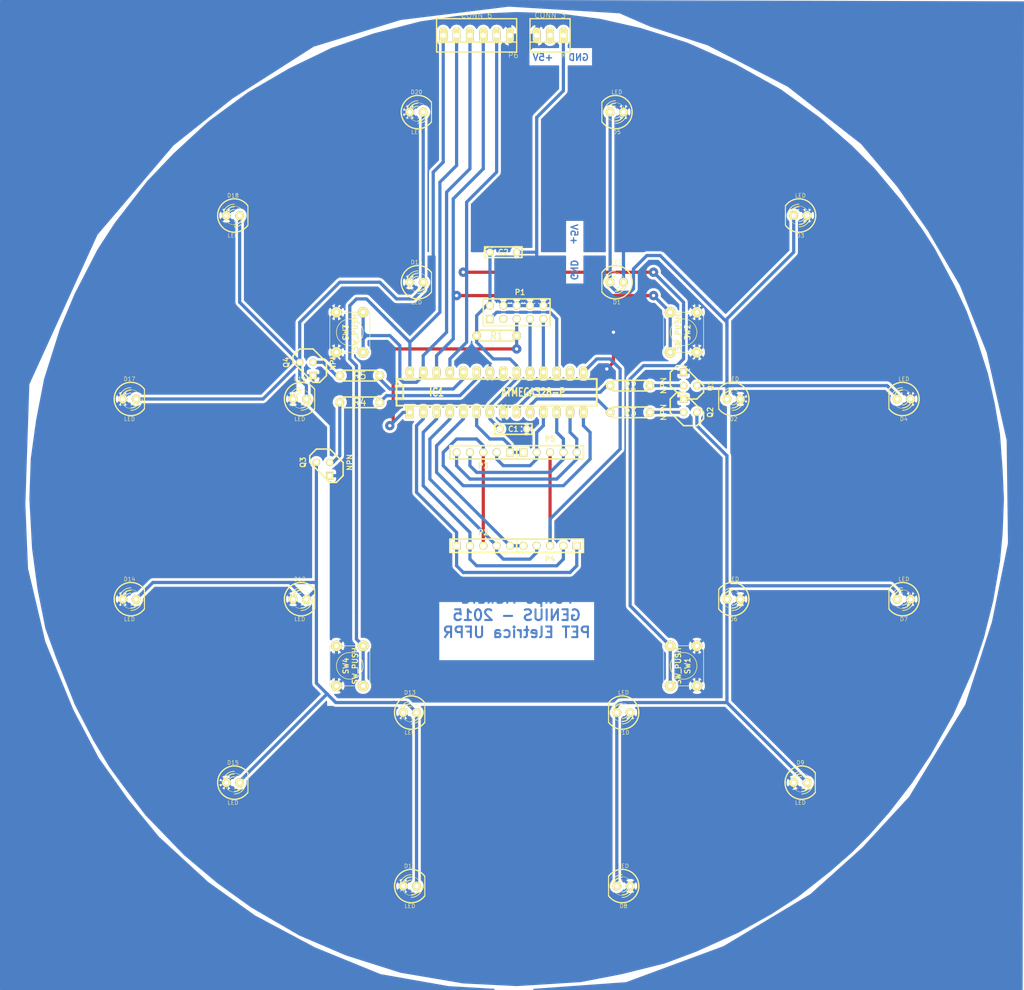
<source format=kicad_pcb>
(kicad_pcb (version 3) (host pcbnew "(2013-03-19 BZR 4004)-stable")
  (layers (15 F.Cu signal) (0 B.Cu signal) (18 B.Paste user) (19 F.Paste user) (20 B.SilkS user) (21 F.SilkS user) (22 B.Mask user) (23 F.Mask user) (28 Edge.Cuts user))
  (net 0 "")
  (net 1 /MISO)
  (net 2 /MOSI)
  (net 3 /RESET)
  (net 4 /SCK)
  (net 5 GND)
  (net 6 N-000001)
  (net 7 N-0000013)
  (net 8 N-0000014)
  (net 9 N-0000015)
  (net 10 N-0000016)
  (net 11 N-0000017)
  (net 12 N-0000019)
  (net 13 N-000002)
  (net 14 N-0000020)
  (net 15 N-0000022)
  (net 16 N-0000023)
  (net 17 N-0000026)
  (net 18 N-0000028)
  (net 19 N-0000029)
  (net 20 N-000003)
  (net 21 N-0000030)
  (net 22 N-0000031)
  (net 23 N-0000032)
  (net 24 N-0000033)
  (net 25 N-0000034)
  (net 26 N-0000036)
  (net 27 N-000004)
  (net 28 N-000005)
  (net 29 N-000006)
  (net 30 N-000007)
  (net 31 N-000008)
  (net 32 VCC)
  (module TO92 (layer F.Cu) (at 69.215 80.645 270)
    (fp_text reference Q4 (at -1.27 3.81 270) (layer F.SilkS) (effects (font (size 1.016 1.016) (thickness 0.2032))))
    (fp_text value NPN (at -1.27 -5.08 270) (layer F.SilkS) (effects (font (size 1.016 1.016) (thickness 0.2032))))
    (pad 1 thru_hole rect (at 1.27 -1.27 270) (size 1.397 1.397) (drill 0.812799) (layers *.Cu *.Mask F.SilkS) (net 5 GND))
    (pad 2 thru_hole circle (at -1.27 -1.27 270) (size 1.397 1.397) (drill 0.812799) (layers *.Cu *.Mask F.SilkS) (net 28 N-000005))
    (pad 3 thru_hole circle (at -1.27 1.27 270) (size 1.397 1.397) (drill 0.812799) (layers *.Cu *.Mask F.SilkS) (net 14 N-0000020))
  )
  (module TO92 (layer F.Cu) (at 72.39 99.695 270)
    (fp_text reference Q3 (at -1.27 3.81 270) (layer F.SilkS) (effects (font (size 1.016 1.016) (thickness 0.2032))))
    (fp_text value NPN (at -1.27 -5.08 270) (layer F.SilkS) (effects (font (size 1.016 1.016) (thickness 0.2032))))
    (pad 1 thru_hole rect (at 1.27 -1.27 270) (size 1.397 1.397) (drill 0.812799) (layers *.Cu *.Mask F.SilkS) (net 5 GND))
    (pad 2 thru_hole circle (at -1.27 -1.27 270) (size 1.397 1.397) (drill 0.812799) (layers *.Cu *.Mask F.SilkS) (net 27 N-000004))
    (pad 3 thru_hole circle (at -1.27 1.27 270) (size 1.397 1.397) (drill 0.812799) (layers *.Cu *.Mask F.SilkS) (net 12 N-0000019))
  )
  (module TO92 (layer F.Cu) (at 142.24 82.55 90)
    (fp_text reference Q1 (at -1.27 3.81 90) (layer F.SilkS) (effects (font (size 1.016 1.016) (thickness 0.2032))))
    (fp_text value NPN (at -1.27 -5.08 90) (layer F.SilkS) (effects (font (size 1.016 1.016) (thickness 0.2032))))
    (pad 1 thru_hole rect (at 1.27 -1.27 90) (size 1.397 1.397) (drill 0.812799) (layers *.Cu *.Mask F.SilkS) (net 5 GND))
    (pad 2 thru_hole circle (at -1.27 -1.27 90) (size 1.397 1.397) (drill 0.812799) (layers *.Cu *.Mask F.SilkS) (net 13 N-000002))
    (pad 3 thru_hole circle (at -1.27 1.27 90) (size 1.397 1.397) (drill 0.812799) (layers *.Cu *.Mask F.SilkS) (net 11 N-0000017))
  )
  (module TO92 (layer F.Cu) (at 142.24 87.63 90)
    (fp_text reference Q2 (at -1.27 3.81 90) (layer F.SilkS) (effects (font (size 1.016 1.016) (thickness 0.2032))))
    (fp_text value NPN (at -1.27 -5.08 90) (layer F.SilkS) (effects (font (size 1.016 1.016) (thickness 0.2032))))
    (pad 1 thru_hole rect (at 1.27 -1.27 90) (size 1.397 1.397) (drill 0.812799) (layers *.Cu *.Mask F.SilkS) (net 5 GND))
    (pad 2 thru_hole circle (at -1.27 -1.27 90) (size 1.397 1.397) (drill 0.812799) (layers *.Cu *.Mask F.SilkS) (net 20 N-000003))
    (pad 3 thru_hole circle (at -1.27 1.27 90) (size 1.397 1.397) (drill 0.812799) (layers *.Cu *.Mask F.SilkS) (net 10 N-0000016))
  )
  (module SW_PUSH_SMALL (layer F.Cu) (at 140.97 137.16 270)
    (fp_text reference SW1 (at 0 -0.762 270) (layer F.SilkS) (effects (font (size 1.016 1.016) (thickness 0.2032))))
    (fp_text value SW_PUSH (at 0 1.016 270) (layer F.SilkS) (effects (font (size 1.016 1.016) (thickness 0.2032))))
    (pad 1 thru_hole circle (at 3.81 -2.54 270) (size 2.032 2.032) (drill 0.812799) (layers *.Cu *.Mask F.SilkS) (net 5 GND))
    (pad 2 thru_hole circle (at 3.81 2.54 270) (size 2.032 2.032) (drill 0.812799) (layers *.Cu *.Mask F.SilkS) (net 29 N-000006))
    (pad 1 thru_hole circle (at -3.81 -2.54 270) (size 2.032 2.032) (drill 0.812799) (layers *.Cu *.Mask F.SilkS) (net 5 GND))
    (pad 2 thru_hole circle (at -3.81 2.54 270) (size 2.032 2.032) (drill 0.812799) (layers *.Cu *.Mask F.SilkS) (net 29 N-000006))
  )
  (module SW_PUSH_SMALL (layer F.Cu) (at 140.97 73.66 270)
    (fp_text reference SW2 (at 0 -0.762 270) (layer F.SilkS) (effects (font (size 1.016 1.016) (thickness 0.2032))))
    (fp_text value SW_PUSH (at 0 1.016 270) (layer F.SilkS) (effects (font (size 1.016 1.016) (thickness 0.2032))))
    (pad 1 thru_hole circle (at 3.81 -2.54 270) (size 2.032 2.032) (drill 0.812799) (layers *.Cu *.Mask F.SilkS) (net 5 GND))
    (pad 2 thru_hole circle (at 3.81 2.54 270) (size 2.032 2.032) (drill 0.812799) (layers *.Cu *.Mask F.SilkS) (net 30 N-000007))
    (pad 1 thru_hole circle (at -3.81 -2.54 270) (size 2.032 2.032) (drill 0.812799) (layers *.Cu *.Mask F.SilkS) (net 5 GND))
    (pad 2 thru_hole circle (at -3.81 2.54 270) (size 2.032 2.032) (drill 0.812799) (layers *.Cu *.Mask F.SilkS) (net 30 N-000007))
  )
  (module SW_PUSH_SMALL (layer F.Cu) (at 77.47 73.66 90)
    (fp_text reference SW3 (at 0 -0.762 90) (layer F.SilkS) (effects (font (size 1.016 1.016) (thickness 0.2032))))
    (fp_text value SW_PUSH (at 0 1.016 90) (layer F.SilkS) (effects (font (size 1.016 1.016) (thickness 0.2032))))
    (pad 1 thru_hole circle (at 3.81 -2.54 90) (size 2.032 2.032) (drill 0.812799) (layers *.Cu *.Mask F.SilkS) (net 5 GND))
    (pad 2 thru_hole circle (at 3.81 2.54 90) (size 2.032 2.032) (drill 0.812799) (layers *.Cu *.Mask F.SilkS) (net 31 N-000008))
    (pad 1 thru_hole circle (at -3.81 -2.54 90) (size 2.032 2.032) (drill 0.812799) (layers *.Cu *.Mask F.SilkS) (net 5 GND))
    (pad 2 thru_hole circle (at -3.81 2.54 90) (size 2.032 2.032) (drill 0.812799) (layers *.Cu *.Mask F.SilkS) (net 31 N-000008))
  )
  (module SW_PUSH_SMALL (layer F.Cu) (at 77.47 137.16 90)
    (fp_text reference SW4 (at 0 -0.762 90) (layer F.SilkS) (effects (font (size 1.016 1.016) (thickness 0.2032))))
    (fp_text value SW_PUSH (at 0 1.016 90) (layer F.SilkS) (effects (font (size 1.016 1.016) (thickness 0.2032))))
    (pad 1 thru_hole circle (at 3.81 -2.54 90) (size 2.032 2.032) (drill 0.812799) (layers *.Cu *.Mask F.SilkS) (net 5 GND))
    (pad 2 thru_hole circle (at 3.81 2.54 90) (size 2.032 2.032) (drill 0.812799) (layers *.Cu *.Mask F.SilkS) (net 16 N-0000023))
    (pad 1 thru_hole circle (at -3.81 -2.54 90) (size 2.032 2.032) (drill 0.812799) (layers *.Cu *.Mask F.SilkS) (net 5 GND))
    (pad 2 thru_hole circle (at -3.81 2.54 90) (size 2.032 2.032) (drill 0.812799) (layers *.Cu *.Mask F.SilkS) (net 16 N-0000023))
  )
  (module R3-LARGE_PADS (layer F.Cu) (at 105.41 74.295 180)
    (fp_text reference R1 (at 0 0 180) (layer F.SilkS) (effects (font (size 1.397 1.27) (thickness 0.2032))))
    (fp_text value 10k hide)
    (pad 1 thru_hole circle (at -3.81 0 180) (size 1.651 1.651) (drill 0.812799) (layers *.Cu *.Mask F.SilkS) (net 3 /RESET))
    (pad 2 thru_hole circle (at 3.81 0 180) (size 1.651 1.651) (drill 0.812799) (layers *.Cu *.Mask F.SilkS) (net 32 VCC))
  )
  (module R3-LARGE_PADS (layer F.Cu) (at 130.81 83.82 180)
    (fp_text reference R2 (at 0 0 180) (layer F.SilkS) (effects (font (size 1.397 1.27) (thickness 0.2032))))
    (fp_text value 100 hide)
    (pad 1 thru_hole circle (at -3.81 0 180) (size 1.651 1.651) (drill 0.812799) (layers *.Cu *.Mask F.SilkS) (net 13 N-000002))
    (pad 2 thru_hole circle (at 3.81 0 180) (size 1.651 1.651) (drill 0.812799) (layers *.Cu *.Mask F.SilkS) (net 6 N-000001))
  )
  (module R3-LARGE_PADS (layer F.Cu) (at 130.81 88.9 180)
    (fp_text reference R3 (at 0 0 180) (layer F.SilkS) (effects (font (size 1.397 1.27) (thickness 0.2032))))
    (fp_text value 100 hide)
    (pad 1 thru_hole circle (at -3.81 0 180) (size 1.651 1.651) (drill 0.812799) (layers *.Cu *.Mask F.SilkS) (net 20 N-000003))
    (pad 2 thru_hole circle (at 3.81 0 180) (size 1.651 1.651) (drill 0.812799) (layers *.Cu *.Mask F.SilkS) (net 9 N-0000015))
  )
  (module R3-LARGE_PADS (layer F.Cu) (at 79.375 86.995)
    (fp_text reference R4 (at 0 0) (layer F.SilkS) (effects (font (size 1.397 1.27) (thickness 0.2032))))
    (fp_text value 100 hide)
    (pad 1 thru_hole circle (at -3.81 0) (size 1.651 1.651) (drill 0.812799) (layers *.Cu *.Mask F.SilkS) (net 27 N-000004))
    (pad 2 thru_hole circle (at 3.81 0) (size 1.651 1.651) (drill 0.812799) (layers *.Cu *.Mask F.SilkS) (net 8 N-0000014))
  )
  (module R3-LARGE_PADS (layer F.Cu) (at 79.375 81.915 180)
    (fp_text reference R5 (at 0 0 180) (layer F.SilkS) (effects (font (size 1.397 1.27) (thickness 0.2032))))
    (fp_text value 100 hide)
    (pad 1 thru_hole circle (at -3.81 0 180) (size 1.651 1.651) (drill 0.812799) (layers *.Cu *.Mask F.SilkS) (net 7 N-0000013))
    (pad 2 thru_hole circle (at 3.81 0 180) (size 1.651 1.651) (drill 0.812799) (layers *.Cu *.Mask F.SilkS) (net 28 N-000005))
  )
  (module PINHEAD1-6 (layer F.Cu) (at 101.6 17.145 180)
    (fp_text reference P6 (at -6.985 -3.81 180) (layer F.SilkS) (effects (font (size 1.016 1.016) (thickness 0.0889))))
    (fp_text value CONN_6 (at 0 3.81 180) (layer F.SilkS) (effects (font (size 1.016 1.016) (thickness 0.0889))))
    (pad 1 thru_hole oval (at -6.35 0 180) (size 1.50622 3.01498) (drill 0.998219) (layers *.Cu F.Paste F.SilkS F.Mask) (net 32 VCC))
    (pad 2 thru_hole oval (at -3.81 0 180) (size 1.50622 3.01498) (drill 0.998219) (layers *.Cu F.Paste F.SilkS F.Mask) (net 29 N-000006))
    (pad 3 thru_hole oval (at -1.27 0 180) (size 1.50622 3.01498) (drill 0.998219) (layers *.Cu F.Paste F.SilkS F.Mask) (net 30 N-000007))
    (pad 4 thru_hole oval (at 1.27 0 180) (size 1.50622 3.01498) (drill 0.998219) (layers *.Cu F.Paste F.SilkS F.Mask) (net 31 N-000008))
    (pad 5 thru_hole oval (at 3.81 0 180) (size 1.50622 3.01498) (drill 0.998219) (layers *.Cu F.Paste F.SilkS F.Mask) (net 16 N-0000023))
    (pad 6 thru_hole oval (at 6.35 0 180) (size 1.50622 3.01498) (drill 0.998219) (layers *.Cu F.Paste F.SilkS F.Mask) (net 5 GND))
  )
  (module PINHEAD1-3 (layer F.Cu) (at 115.57 17.145 180)
    (fp_text reference K1 (at -3.175 -3.81 180) (layer F.SilkS) (effects (font (size 1.016 1.016) (thickness 0.0889))))
    (fp_text value CONN_3 (at 0 3.81 180) (layer F.SilkS) (effects (font (size 1.016 1.016) (thickness 0.0889))))
    (pad 1 thru_hole oval (at -2.54 0 180) (size 1.50622 3.01498) (drill 0.998219) (layers *.Cu F.Paste F.SilkS F.Mask) (net 5 GND))
    (pad 2 thru_hole oval (at 0 0 180) (size 1.50622 3.01498) (drill 0.998219) (layers *.Cu F.Paste F.SilkS F.Mask))
    (pad 3 thru_hole oval (at 2.54 0 180) (size 1.50622 3.01498) (drill 0.998219) (layers *.Cu F.Paste F.SilkS F.Mask) (net 32 VCC))
  )
  (module PIN_ARRAY_5x2 (layer F.Cu) (at 109.22 69.85)
    (fp_text reference P1 (at 0.635 -3.81) (layer F.SilkS) (effects (font (size 1.016 1.016) (thickness 0.2032))))
    (fp_text value CONN_5X2 hide)
    (pad 1 thru_hole rect (at -5.08 1.27) (size 1.524 1.524) (drill 1.016) (layers *.Cu *.Mask F.SilkS) (net 2 /MOSI))
    (pad 2 thru_hole circle (at -5.08 -1.27) (size 1.524 1.524) (drill 1.016) (layers *.Cu *.Mask F.SilkS) (net 32 VCC))
    (pad 3 thru_hole circle (at -2.54 1.27) (size 1.524 1.524) (drill 1.016) (layers *.Cu *.Mask F.SilkS))
    (pad 4 thru_hole circle (at -2.54 -1.27) (size 1.524 1.524) (drill 1.016) (layers *.Cu *.Mask F.SilkS) (net 5 GND))
    (pad 5 thru_hole circle (at 0 1.27) (size 1.524 1.524) (drill 1.016) (layers *.Cu *.Mask F.SilkS) (net 3 /RESET))
    (pad 6 thru_hole circle (at 0 -1.27) (size 1.524 1.524) (drill 1.016) (layers *.Cu *.Mask F.SilkS) (net 5 GND))
    (pad 7 thru_hole circle (at 2.54 1.27) (size 1.524 1.524) (drill 1.016) (layers *.Cu *.Mask F.SilkS) (net 4 /SCK))
    (pad 8 thru_hole circle (at 2.54 -1.27) (size 1.524 1.524) (drill 1.016) (layers *.Cu *.Mask F.SilkS) (net 5 GND))
    (pad 9 thru_hole circle (at 5.08 1.27) (size 1.524 1.524) (drill 1.016) (layers *.Cu *.Mask F.SilkS) (net 1 /MISO))
    (pad 10 thru_hole circle (at 5.08 -1.27) (size 1.524 1.524) (drill 1.016) (layers *.Cu *.Mask F.SilkS) (net 5 GND))
  )
  (module PIN_ARRAY_5x1 (layer F.Cu) (at 115.57 96.52)
    (fp_text reference P5 (at 0 -2.54) (layer F.SilkS) (effects (font (size 1.016 1.016) (thickness 0.2032))))
    (fp_text value D77-2A hide)
    (pad 1 thru_hole rect (at -5.08 0) (size 1.524 1.524) (drill 1.016) (layers *.Cu *.Mask F.SilkS) (net 18 N-0000028))
    (pad 2 thru_hole circle (at -2.54 0) (size 1.524 1.524) (drill 1.016) (layers *.Cu *.Mask F.SilkS) (net 25 N-0000034))
    (pad 3 thru_hole circle (at 0 0) (size 1.524 1.524) (drill 1.016) (layers *.Cu *.Mask F.SilkS) (net 26 N-0000036))
    (pad 4 thru_hole circle (at 2.54 0) (size 1.524 1.524) (drill 1.016) (layers *.Cu *.Mask F.SilkS) (net 15 N-0000022))
    (pad 5 thru_hole circle (at 5.08 0) (size 1.524 1.524) (drill 1.016) (layers *.Cu *.Mask F.SilkS) (net 17 N-0000026))
  )
  (module PIN_ARRAY_5x1 (layer F.Cu) (at 115.57 114.3 180)
    (fp_text reference P4 (at 0 -2.54 180) (layer F.SilkS) (effects (font (size 1.016 1.016) (thickness 0.2032))))
    (fp_text value D77-2B hide)
    (pad 1 thru_hole rect (at -5.08 0 180) (size 1.524 1.524) (drill 1.016) (layers *.Cu *.Mask F.SilkS) (net 22 N-0000031))
    (pad 2 thru_hole circle (at -2.54 0 180) (size 1.524 1.524) (drill 1.016) (layers *.Cu *.Mask F.SilkS) (net 21 N-0000030))
    (pad 3 thru_hole circle (at 0 0 180) (size 1.524 1.524) (drill 1.016) (layers *.Cu *.Mask F.SilkS) (net 26 N-0000036))
    (pad 4 thru_hole circle (at 2.54 0 180) (size 1.524 1.524) (drill 1.016) (layers *.Cu *.Mask F.SilkS) (net 24 N-0000033))
    (pad 5 thru_hole circle (at 5.08 0 180) (size 1.524 1.524) (drill 1.016) (layers *.Cu *.Mask F.SilkS) (net 19 N-0000029))
  )
  (module PIN_ARRAY_5x1 (layer F.Cu) (at 102.87 96.52 180)
    (fp_text reference P3 (at 0 -2.54 180) (layer F.SilkS) (effects (font (size 1.016 1.016) (thickness 0.2032))))
    (fp_text value D77-1A hide)
    (pad 1 thru_hole rect (at -5.08 0 180) (size 1.524 1.524) (drill 1.016) (layers *.Cu *.Mask F.SilkS) (net 18 N-0000028))
    (pad 2 thru_hole circle (at -2.54 0 180) (size 1.524 1.524) (drill 1.016) (layers *.Cu *.Mask F.SilkS) (net 25 N-0000034))
    (pad 3 thru_hole circle (at 0 0 180) (size 1.524 1.524) (drill 1.016) (layers *.Cu *.Mask F.SilkS) (net 23 N-0000032))
    (pad 4 thru_hole circle (at 2.54 0 180) (size 1.524 1.524) (drill 1.016) (layers *.Cu *.Mask F.SilkS) (net 15 N-0000022))
    (pad 5 thru_hole circle (at 5.08 0 180) (size 1.524 1.524) (drill 1.016) (layers *.Cu *.Mask F.SilkS) (net 17 N-0000026))
  )
  (module PIN_ARRAY_5x1 (layer F.Cu) (at 102.87 114.3)
    (fp_text reference P2 (at 0 -2.54) (layer F.SilkS) (effects (font (size 1.016 1.016) (thickness 0.2032))))
    (fp_text value D77-1B hide)
    (pad 1 thru_hole rect (at -5.08 0) (size 1.524 1.524) (drill 1.016) (layers *.Cu *.Mask F.SilkS) (net 22 N-0000031))
    (pad 2 thru_hole circle (at -2.54 0) (size 1.524 1.524) (drill 1.016) (layers *.Cu *.Mask F.SilkS) (net 21 N-0000030))
    (pad 3 thru_hole circle (at 0 0) (size 1.524 1.524) (drill 1.016) (layers *.Cu *.Mask F.SilkS) (net 23 N-0000032))
    (pad 4 thru_hole circle (at 2.54 0) (size 1.524 1.524) (drill 1.016) (layers *.Cu *.Mask F.SilkS) (net 24 N-0000033))
    (pad 5 thru_hole circle (at 5.08 0) (size 1.524 1.524) (drill 1.016) (layers *.Cu *.Mask F.SilkS) (net 19 N-0000029))
  )
  (module LED-5MM (layer F.Cu) (at 55.245 159.385)
    (fp_text reference D15 (at 0 -3.81) (layer F.SilkS) (effects (font (size 0.762 0.762) (thickness 0.0889))))
    (fp_text value LED (at 0 3.81) (layer F.SilkS) (effects (font (size 0.762 0.762) (thickness 0.0889))))
    (pad 1 thru_hole circle (at -1.27 0) (size 1.6764 1.6764) (drill 0.812799) (layers *.Cu *.Mask F.SilkS) (net 32 VCC))
    (pad 2 thru_hole circle (at 1.27 0) (size 1.6764 1.6764) (drill 0.812799) (layers *.Cu *.Mask F.SilkS) (net 12 N-0000019))
  )
  (module LED-5MM (layer F.Cu) (at 35.56 124.46)
    (fp_text reference D14 (at 0 -3.81) (layer F.SilkS) (effects (font (size 0.762 0.762) (thickness 0.0889))))
    (fp_text value LED (at 0 3.81) (layer F.SilkS) (effects (font (size 0.762 0.762) (thickness 0.0889))))
    (pad 1 thru_hole circle (at -1.27 0) (size 1.6764 1.6764) (drill 0.812799) (layers *.Cu *.Mask F.SilkS) (net 32 VCC))
    (pad 2 thru_hole circle (at 1.27 0) (size 1.6764 1.6764) (drill 0.812799) (layers *.Cu *.Mask F.SilkS) (net 12 N-0000019))
  )
  (module LED-5MM (layer F.Cu) (at 67.945 124.46)
    (fp_text reference D12 (at 0 -3.81) (layer F.SilkS) (effects (font (size 0.762 0.762) (thickness 0.0889))))
    (fp_text value LED (at 0 3.81) (layer F.SilkS) (effects (font (size 0.762 0.762) (thickness 0.0889))))
    (pad 1 thru_hole circle (at -1.27 0) (size 1.6764 1.6764) (drill 0.812799) (layers *.Cu *.Mask F.SilkS) (net 32 VCC))
    (pad 2 thru_hole circle (at 1.27 0) (size 1.6764 1.6764) (drill 0.812799) (layers *.Cu *.Mask F.SilkS) (net 12 N-0000019))
  )
  (module LED-5MM (layer F.Cu) (at 88.9 146.05)
    (fp_text reference D13 (at 0 -3.81) (layer F.SilkS) (effects (font (size 0.762 0.762) (thickness 0.0889))))
    (fp_text value LED (at 0 3.81) (layer F.SilkS) (effects (font (size 0.762 0.762) (thickness 0.0889))))
    (pad 1 thru_hole circle (at -1.27 0) (size 1.6764 1.6764) (drill 0.812799) (layers *.Cu *.Mask F.SilkS) (net 32 VCC))
    (pad 2 thru_hole circle (at 1.27 0) (size 1.6764 1.6764) (drill 0.812799) (layers *.Cu *.Mask F.SilkS) (net 12 N-0000019))
  )
  (module LED-5MM (layer F.Cu) (at 150.495 86.36 180)
    (fp_text reference D2 (at 0 -3.81 180) (layer F.SilkS) (effects (font (size 0.762 0.762) (thickness 0.0889))))
    (fp_text value LED (at 0 3.81 180) (layer F.SilkS) (effects (font (size 0.762 0.762) (thickness 0.0889))))
    (pad 1 thru_hole circle (at -1.27 0 180) (size 1.6764 1.6764) (drill 0.812799) (layers *.Cu *.Mask F.SilkS) (net 32 VCC))
    (pad 2 thru_hole circle (at 1.27 0 180) (size 1.6764 1.6764) (drill 0.812799) (layers *.Cu *.Mask F.SilkS) (net 11 N-0000017))
  )
  (module LED-5MM (layer F.Cu) (at 90.17 64.135)
    (fp_text reference D16 (at 0 -3.81) (layer F.SilkS) (effects (font (size 0.762 0.762) (thickness 0.0889))))
    (fp_text value LED (at 0 3.81) (layer F.SilkS) (effects (font (size 0.762 0.762) (thickness 0.0889))))
    (pad 1 thru_hole circle (at -1.27 0) (size 1.6764 1.6764) (drill 0.812799) (layers *.Cu *.Mask F.SilkS) (net 32 VCC))
    (pad 2 thru_hole circle (at 1.27 0) (size 1.6764 1.6764) (drill 0.812799) (layers *.Cu *.Mask F.SilkS) (net 14 N-0000020))
  )
  (module LED-5MM (layer F.Cu) (at 35.56 86.36)
    (fp_text reference D17 (at 0 -3.81) (layer F.SilkS) (effects (font (size 0.762 0.762) (thickness 0.0889))))
    (fp_text value LED (at 0 3.81) (layer F.SilkS) (effects (font (size 0.762 0.762) (thickness 0.0889))))
    (pad 1 thru_hole circle (at -1.27 0) (size 1.6764 1.6764) (drill 0.812799) (layers *.Cu *.Mask F.SilkS) (net 32 VCC))
    (pad 2 thru_hole circle (at 1.27 0) (size 1.6764 1.6764) (drill 0.812799) (layers *.Cu *.Mask F.SilkS) (net 14 N-0000020))
  )
  (module LED-5MM (layer F.Cu) (at 55.245 51.435)
    (fp_text reference D18 (at 0 -3.81) (layer F.SilkS) (effects (font (size 0.762 0.762) (thickness 0.0889))))
    (fp_text value LED (at 0 3.81) (layer F.SilkS) (effects (font (size 0.762 0.762) (thickness 0.0889))))
    (pad 1 thru_hole circle (at -1.27 0) (size 1.6764 1.6764) (drill 0.812799) (layers *.Cu *.Mask F.SilkS) (net 32 VCC))
    (pad 2 thru_hole circle (at 1.27 0) (size 1.6764 1.6764) (drill 0.812799) (layers *.Cu *.Mask F.SilkS) (net 14 N-0000020))
  )
  (module LED-5MM (layer F.Cu) (at 67.945 86.36)
    (fp_text reference D19 (at 0 -3.81) (layer F.SilkS) (effects (font (size 0.762 0.762) (thickness 0.0889))))
    (fp_text value LED (at 0 3.81) (layer F.SilkS) (effects (font (size 0.762 0.762) (thickness 0.0889))))
    (pad 1 thru_hole circle (at -1.27 0) (size 1.6764 1.6764) (drill 0.812799) (layers *.Cu *.Mask F.SilkS) (net 32 VCC))
    (pad 2 thru_hole circle (at 1.27 0) (size 1.6764 1.6764) (drill 0.812799) (layers *.Cu *.Mask F.SilkS) (net 14 N-0000020))
  )
  (module LED-5MM (layer F.Cu) (at 90.17 31.75)
    (fp_text reference D20 (at 0 -3.81) (layer F.SilkS) (effects (font (size 0.762 0.762) (thickness 0.0889))))
    (fp_text value LED (at 0 3.81) (layer F.SilkS) (effects (font (size 0.762 0.762) (thickness 0.0889))))
    (pad 1 thru_hole circle (at -1.27 0) (size 1.6764 1.6764) (drill 0.812799) (layers *.Cu *.Mask F.SilkS) (net 32 VCC))
    (pad 2 thru_hole circle (at 1.27 0) (size 1.6764 1.6764) (drill 0.812799) (layers *.Cu *.Mask F.SilkS) (net 14 N-0000020))
  )
  (module LED-5MM (layer F.Cu) (at 88.9 179.07)
    (fp_text reference D11 (at 0 -3.81) (layer F.SilkS) (effects (font (size 0.762 0.762) (thickness 0.0889))))
    (fp_text value LED (at 0 3.81) (layer F.SilkS) (effects (font (size 0.762 0.762) (thickness 0.0889))))
    (pad 1 thru_hole circle (at -1.27 0) (size 1.6764 1.6764) (drill 0.812799) (layers *.Cu *.Mask F.SilkS) (net 32 VCC))
    (pad 2 thru_hole circle (at 1.27 0) (size 1.6764 1.6764) (drill 0.812799) (layers *.Cu *.Mask F.SilkS) (net 12 N-0000019))
  )
  (module LED-5MM (layer F.Cu) (at 129.54 146.05 180)
    (fp_text reference D10 (at 0 -3.81 180) (layer F.SilkS) (effects (font (size 0.762 0.762) (thickness 0.0889))))
    (fp_text value LED (at 0 3.81 180) (layer F.SilkS) (effects (font (size 0.762 0.762) (thickness 0.0889))))
    (pad 1 thru_hole circle (at -1.27 0 180) (size 1.6764 1.6764) (drill 0.812799) (layers *.Cu *.Mask F.SilkS) (net 32 VCC))
    (pad 2 thru_hole circle (at 1.27 0 180) (size 1.6764 1.6764) (drill 0.812799) (layers *.Cu *.Mask F.SilkS) (net 10 N-0000016))
  )
  (module LED-5MM (layer F.Cu) (at 163.195 159.385)
    (fp_text reference D9 (at 0 -3.81) (layer F.SilkS) (effects (font (size 0.762 0.762) (thickness 0.0889))))
    (fp_text value LED (at 0 3.81) (layer F.SilkS) (effects (font (size 0.762 0.762) (thickness 0.0889))))
    (pad 1 thru_hole circle (at -1.27 0) (size 1.6764 1.6764) (drill 0.812799) (layers *.Cu *.Mask F.SilkS) (net 32 VCC))
    (pad 2 thru_hole circle (at 1.27 0) (size 1.6764 1.6764) (drill 0.812799) (layers *.Cu *.Mask F.SilkS) (net 10 N-0000016))
  )
  (module LED-5MM (layer F.Cu) (at 129.54 179.07 180)
    (fp_text reference D8 (at 0 -3.81 180) (layer F.SilkS) (effects (font (size 0.762 0.762) (thickness 0.0889))))
    (fp_text value LED (at 0 3.81 180) (layer F.SilkS) (effects (font (size 0.762 0.762) (thickness 0.0889))))
    (pad 1 thru_hole circle (at -1.27 0 180) (size 1.6764 1.6764) (drill 0.812799) (layers *.Cu *.Mask F.SilkS) (net 32 VCC))
    (pad 2 thru_hole circle (at 1.27 0 180) (size 1.6764 1.6764) (drill 0.812799) (layers *.Cu *.Mask F.SilkS) (net 10 N-0000016))
  )
  (module LED-5MM (layer F.Cu) (at 182.88 124.46 180)
    (fp_text reference D7 (at 0 -3.81 180) (layer F.SilkS) (effects (font (size 0.762 0.762) (thickness 0.0889))))
    (fp_text value LED (at 0 3.81 180) (layer F.SilkS) (effects (font (size 0.762 0.762) (thickness 0.0889))))
    (pad 1 thru_hole circle (at -1.27 0 180) (size 1.6764 1.6764) (drill 0.812799) (layers *.Cu *.Mask F.SilkS) (net 32 VCC))
    (pad 2 thru_hole circle (at 1.27 0 180) (size 1.6764 1.6764) (drill 0.812799) (layers *.Cu *.Mask F.SilkS) (net 10 N-0000016))
  )
  (module LED-5MM (layer F.Cu) (at 150.495 124.46 180)
    (fp_text reference D6 (at 0 -3.81 180) (layer F.SilkS) (effects (font (size 0.762 0.762) (thickness 0.0889))))
    (fp_text value LED (at 0 3.81 180) (layer F.SilkS) (effects (font (size 0.762 0.762) (thickness 0.0889))))
    (pad 1 thru_hole circle (at -1.27 0 180) (size 1.6764 1.6764) (drill 0.812799) (layers *.Cu *.Mask F.SilkS) (net 32 VCC))
    (pad 2 thru_hole circle (at 1.27 0 180) (size 1.6764 1.6764) (drill 0.812799) (layers *.Cu *.Mask F.SilkS) (net 10 N-0000016))
  )
  (module LED-5MM (layer F.Cu) (at 128.27 31.75 180)
    (fp_text reference D5 (at 0 -3.81 180) (layer F.SilkS) (effects (font (size 0.762 0.762) (thickness 0.0889))))
    (fp_text value LED (at 0 3.81 180) (layer F.SilkS) (effects (font (size 0.762 0.762) (thickness 0.0889))))
    (pad 1 thru_hole circle (at -1.27 0 180) (size 1.6764 1.6764) (drill 0.812799) (layers *.Cu *.Mask F.SilkS) (net 32 VCC))
    (pad 2 thru_hole circle (at 1.27 0 180) (size 1.6764 1.6764) (drill 0.812799) (layers *.Cu *.Mask F.SilkS) (net 11 N-0000017))
  )
  (module LED-5MM (layer F.Cu) (at 182.88 86.36 180)
    (fp_text reference D4 (at 0 -3.81 180) (layer F.SilkS) (effects (font (size 0.762 0.762) (thickness 0.0889))))
    (fp_text value LED (at 0 3.81 180) (layer F.SilkS) (effects (font (size 0.762 0.762) (thickness 0.0889))))
    (pad 1 thru_hole circle (at -1.27 0 180) (size 1.6764 1.6764) (drill 0.812799) (layers *.Cu *.Mask F.SilkS) (net 32 VCC))
    (pad 2 thru_hole circle (at 1.27 0 180) (size 1.6764 1.6764) (drill 0.812799) (layers *.Cu *.Mask F.SilkS) (net 11 N-0000017))
  )
  (module LED-5MM (layer F.Cu) (at 163.195 51.435 180)
    (fp_text reference D3 (at 0 -3.81 180) (layer F.SilkS) (effects (font (size 0.762 0.762) (thickness 0.0889))))
    (fp_text value LED (at 0 3.81 180) (layer F.SilkS) (effects (font (size 0.762 0.762) (thickness 0.0889))))
    (pad 1 thru_hole circle (at -1.27 0 180) (size 1.6764 1.6764) (drill 0.812799) (layers *.Cu *.Mask F.SilkS) (net 32 VCC))
    (pad 2 thru_hole circle (at 1.27 0 180) (size 1.6764 1.6764) (drill 0.812799) (layers *.Cu *.Mask F.SilkS) (net 11 N-0000017))
  )
  (module LED-5MM (layer F.Cu) (at 128.27 64.135 180)
    (fp_text reference D1 (at 0 -3.81 180) (layer F.SilkS) (effects (font (size 0.762 0.762) (thickness 0.0889))))
    (fp_text value LED (at 0 3.81 180) (layer F.SilkS) (effects (font (size 0.762 0.762) (thickness 0.0889))))
    (pad 1 thru_hole circle (at -1.27 0 180) (size 1.6764 1.6764) (drill 0.812799) (layers *.Cu *.Mask F.SilkS) (net 32 VCC))
    (pad 2 thru_hole circle (at 1.27 0 180) (size 1.6764 1.6764) (drill 0.812799) (layers *.Cu *.Mask F.SilkS) (net 11 N-0000017))
  )
  (module DIP-28__300_ELL (layer F.Cu) (at 105.41 85.09)
    (fp_text reference IC1 (at -11.43 0) (layer F.SilkS) (effects (font (size 1.524 1.143) (thickness 0.3048))))
    (fp_text value ATMEGA328-P (at 6.985 0) (layer F.SilkS) (effects (font (size 1.524 1.143) (thickness 0.3048))))
    (pad 2 thru_hole oval (at -13.97 3.81) (size 1.5748 2.286) (drill 0.812799) (layers *.Cu *.Mask F.SilkS) (net 22 N-0000031))
    (pad 3 thru_hole oval (at -11.43 3.81) (size 1.5748 2.286) (drill 0.812799) (layers *.Cu *.Mask F.SilkS) (net 21 N-0000030))
    (pad 4 thru_hole oval (at -8.89 3.81) (size 1.5748 2.286) (drill 0.812799) (layers *.Cu *.Mask F.SilkS) (net 24 N-0000033))
    (pad 5 thru_hole oval (at -6.35 3.81) (size 1.5748 2.286) (drill 0.812799) (layers *.Cu *.Mask F.SilkS) (net 19 N-0000029))
    (pad 6 thru_hole oval (at -3.81 3.81) (size 1.5748 2.286) (drill 0.812799) (layers *.Cu *.Mask F.SilkS) (net 18 N-0000028))
    (pad 7 thru_hole oval (at -1.27 3.81) (size 1.5748 2.286) (drill 0.812799) (layers *.Cu *.Mask F.SilkS) (net 32 VCC))
    (pad 8 thru_hole oval (at 1.27 3.81) (size 1.5748 2.286) (drill 0.812799) (layers *.Cu *.Mask F.SilkS) (net 5 GND))
    (pad 9 thru_hole oval (at 3.81 3.81) (size 1.5748 2.286) (drill 0.812799) (layers *.Cu *.Mask F.SilkS) (net 6 N-000001))
    (pad 10 thru_hole oval (at 6.35 3.81) (size 1.5748 2.286) (drill 0.812799) (layers *.Cu *.Mask F.SilkS) (net 9 N-0000015))
    (pad 11 thru_hole oval (at 8.89 3.81) (size 1.5748 2.286) (drill 0.812799) (layers *.Cu *.Mask F.SilkS) (net 25 N-0000034))
    (pad 12 thru_hole oval (at 11.43 3.81) (size 1.5748 2.286) (drill 0.812799) (layers *.Cu *.Mask F.SilkS) (net 15 N-0000022))
    (pad 13 thru_hole oval (at 13.97 3.81) (size 1.5748 2.286) (drill 0.812799) (layers *.Cu *.Mask F.SilkS) (net 17 N-0000026))
    (pad 14 thru_hole oval (at 16.51 3.81) (size 1.5748 2.286) (drill 0.812799) (layers *.Cu *.Mask F.SilkS) (net 23 N-0000032))
    (pad 1 thru_hole rect (at -16.51 3.81) (size 1.5748 2.286) (drill 0.812799) (layers *.Cu *.Mask F.SilkS) (net 3 /RESET))
    (pad 15 thru_hole oval (at 16.51 -3.81) (size 1.5748 2.286) (drill 0.812799) (layers *.Cu *.Mask F.SilkS) (net 26 N-0000036))
    (pad 16 thru_hole oval (at 13.97 -3.81) (size 1.5748 2.286) (drill 0.812799) (layers *.Cu *.Mask F.SilkS))
    (pad 17 thru_hole oval (at 11.43 -3.81) (size 1.5748 2.286) (drill 0.812799) (layers *.Cu *.Mask F.SilkS) (net 2 /MOSI))
    (pad 18 thru_hole oval (at 8.89 -3.81) (size 1.5748 2.286) (drill 0.812799) (layers *.Cu *.Mask F.SilkS) (net 1 /MISO))
    (pad 19 thru_hole oval (at 6.35 -3.81) (size 1.5748 2.286) (drill 0.812799) (layers *.Cu *.Mask F.SilkS) (net 4 /SCK))
    (pad 20 thru_hole oval (at 3.81 -3.81) (size 1.5748 2.286) (drill 0.812799) (layers *.Cu *.Mask F.SilkS) (net 32 VCC))
    (pad 21 thru_hole oval (at 1.27 -3.81) (size 1.5748 2.286) (drill 0.812799) (layers *.Cu *.Mask F.SilkS))
    (pad 22 thru_hole oval (at -1.27 -3.81) (size 1.5748 2.286) (drill 0.812799) (layers *.Cu *.Mask F.SilkS) (net 5 GND))
    (pad 23 thru_hole oval (at -3.81 -3.81) (size 1.5748 2.286) (drill 0.812799) (layers *.Cu *.Mask F.SilkS) (net 8 N-0000014))
    (pad 24 thru_hole oval (at -6.35 -3.81) (size 1.5748 2.286) (drill 0.812799) (layers *.Cu *.Mask F.SilkS) (net 7 N-0000013))
    (pad 25 thru_hole oval (at -8.89 -3.81) (size 1.5748 2.286) (drill 0.812799) (layers *.Cu *.Mask F.SilkS) (net 29 N-000006))
    (pad 26 thru_hole oval (at -11.43 -3.81) (size 1.5748 2.286) (drill 0.812799) (layers *.Cu *.Mask F.SilkS) (net 30 N-000007))
    (pad 27 thru_hole oval (at -13.97 -3.81) (size 1.5748 2.286) (drill 0.812799) (layers *.Cu *.Mask F.SilkS) (net 31 N-000008))
    (pad 28 thru_hole oval (at -16.51 -3.81) (size 1.5748 2.286) (drill 0.812799) (layers *.Cu *.Mask F.SilkS) (net 16 N-0000023))
  )
  (module C2 (layer F.Cu) (at 108.585 92.075)
    (fp_text reference C1 (at 0 0) (layer F.SilkS) (effects (font (size 1.016 1.016) (thickness 0.2032))))
    (fp_text value C hide)
    (pad 1 thru_hole circle (at -2.54 0) (size 1.397 1.397) (drill 0.812799) (layers *.Cu *.Mask F.SilkS) (net 32 VCC))
    (pad 2 thru_hole circle (at 2.54 0) (size 1.397 1.397) (drill 0.812799) (layers *.Cu *.Mask F.SilkS) (net 5 GND))
  )
  (module C2 (layer F.Cu) (at 106.68 58.42)
    (fp_text reference C2 (at 0 0) (layer F.SilkS) (effects (font (size 1.016 1.016) (thickness 0.2032))))
    (fp_text value C hide)
    (pad 1 thru_hole circle (at -2.54 0) (size 1.397 1.397) (drill 0.812799) (layers *.Cu *.Mask F.SilkS) (net 32 VCC))
    (pad 2 thru_hole circle (at 2.54 0) (size 1.397 1.397) (drill 0.812799) (layers *.Cu *.Mask F.SilkS) (net 5 GND))
  )
  (gr_text "GND   +5V" (at 120.142 58.42 270) (layer B.Cu) (effects (font (size 1.27 1.27) (thickness 0.25)) (justify mirror)))
  (gr_text "GND   +5V" (at 117.602 21.336) (layer B.Cu) (effects (font (size 1.27 1.27) (thickness 0.25)) (justify mirror)))
  (gr_text "Felipe Makara\nGENIUS - 2015\nPET Eletrica UFPR" (at 109.22 127.508) (layer B.Cu) (effects (font (size 2.032 2.032) (thickness 0.381)) (justify mirror)))
  (segment (start 114.3 71.12) (end 114.3 81.28) (width 0.6096) (layer B.Cu) (net 1))
  (segment (start 112.395 69.85) (end 113.665 69.85) (width 0.6096) (layer B.Cu) (net 2))
  (segment (start 109.855 69.85) (end 111.125 69.85) (width 0.6096) (layer B.Cu) (net 2))
  (segment (start 107.315 69.85) (end 108.585 69.85) (width 0.6096) (layer B.Cu) (net 2))
  (segment (start 106.045 69.85) (end 107.315 69.85) (width 0.4064) (layer B.Cu) (net 2))
  (segment (start 108.585 69.85) (end 109.855 69.85) (width 0.4064) (layer B.Cu) (net 2))
  (segment (start 111.125 69.85) (end 112.395 69.85) (width 0.4064) (layer B.Cu) (net 2))
  (segment (start 113.665 69.85) (end 114.935 69.85) (width 0.4064) (layer B.Cu) (net 2))
  (segment (start 104.14 71.12) (end 105.41 69.85) (width 0.6096) (layer B.Cu) (net 2))
  (segment (start 106.045 69.85) (end 105.41 69.85) (width 0.6096) (layer B.Cu) (net 2))
  (segment (start 116.84 71.12) (end 115.57 69.85) (width 0.6096) (layer B.Cu) (net 2))
  (segment (start 115.57 69.85) (end 114.935 69.85) (width 0.6096) (layer B.Cu) (net 2))
  (segment (start 116.84 71.12) (end 116.84 81.28) (width 0.6096) (layer B.Cu) (net 2))
  (segment (start 88.9 88.9) (end 87.63 88.9) (width 0.6096) (layer B.Cu) (net 3))
  (segment (start 85.725 90.805) (end 85.725 76.835) (width 0.6096) (layer F.Cu) (net 3))
  (segment (start 85.09 91.44) (end 85.725 90.805) (width 0.6096) (layer F.Cu) (net 3))
  (via (at 85.09 91.44) (size 1.778) (layers F.Cu B.Cu) (net 3))
  (segment (start 87.63 88.9) (end 85.09 91.44) (width 0.6096) (layer B.Cu) (net 3))
  (via (at 109.22 76.835) (size 1.778) (layers F.Cu B.Cu) (net 3))
  (segment (start 109.22 76.835) (end 109.22 74.295) (width 0.6096) (layer B.Cu) (net 3))
  (segment (start 85.725 76.835) (end 109.22 76.835) (width 0.6096) (layer F.Cu) (net 3))
  (segment (start 109.22 74.295) (end 109.22 71.12) (width 0.6096) (layer B.Cu) (net 3))
  (segment (start 111.76 71.12) (end 111.76 81.28) (width 0.6096) (layer B.Cu) (net 4))
  (segment (start 109.22 58.42) (end 113.03 58.42) (width 0.6096) (layer B.Cu) (net 5))
  (segment (start 104.14 81.28) (end 104.14 83.82) (width 0.6096) (layer B.Cu) (net 5))
  (segment (start 81.915 137.16) (end 85.09 140.335) (width 0.6096) (layer B.Cu) (net 5))
  (segment (start 81.915 92.075) (end 81.915 137.16) (width 0.6096) (layer B.Cu) (net 5))
  (segment (start 86.995 86.995) (end 81.915 92.075) (width 0.6096) (layer B.Cu) (net 5))
  (segment (start 100.965 86.995) (end 86.995 86.995) (width 0.6096) (layer B.Cu) (net 5))
  (segment (start 104.14 83.82) (end 100.965 86.995) (width 0.6096) (layer B.Cu) (net 5))
  (segment (start 95.25 17.145) (end 95.25 41.275) (width 0.6096) (layer B.Cu) (net 5))
  (segment (start 74.93 68.58) (end 74.93 69.85) (width 0.6096) (layer B.Cu) (net 5))
  (segment (start 77.47 66.04) (end 74.93 68.58) (width 0.6096) (layer B.Cu) (net 5))
  (segment (start 82.55 66.04) (end 77.47 66.04) (width 0.6096) (layer B.Cu) (net 5))
  (segment (start 86.995 70.485) (end 82.55 66.04) (width 0.6096) (layer B.Cu) (net 5))
  (segment (start 90.805 70.485) (end 86.995 70.485) (width 0.6096) (layer B.Cu) (net 5))
  (segment (start 93.345 67.945) (end 90.805 70.485) (width 0.6096) (layer B.Cu) (net 5))
  (segment (start 93.345 43.18) (end 93.345 67.945) (width 0.6096) (layer B.Cu) (net 5))
  (segment (start 95.25 41.275) (end 93.345 43.18) (width 0.6096) (layer B.Cu) (net 5))
  (segment (start 143.51 69.85) (end 143.51 67.945) (width 0.6096) (layer B.Cu) (net 5))
  (segment (start 133.35 67.945) (end 127.635 73.66) (width 0.6096) (layer B.Cu) (net 5))
  (segment (start 133.35 61.595) (end 133.35 67.945) (width 0.6096) (layer B.Cu) (net 5))
  (segment (start 134.62 60.325) (end 133.35 61.595) (width 0.6096) (layer B.Cu) (net 5))
  (segment (start 135.89 60.325) (end 134.62 60.325) (width 0.6096) (layer B.Cu) (net 5))
  (segment (start 143.51 67.945) (end 135.89 60.325) (width 0.6096) (layer B.Cu) (net 5))
  (segment (start 74.93 140.97) (end 76.962 143.002) (width 0.6096) (layer B.Cu) (net 5))
  (segment (start 141.605 142.875) (end 143.51 140.97) (width 0.6096) (layer B.Cu) (net 5))
  (segment (start 136.525 142.875) (end 141.605 142.875) (width 0.6096) (layer B.Cu) (net 5))
  (segment (start 133.985 140.335) (end 136.525 142.875) (width 0.6096) (layer B.Cu) (net 5))
  (segment (start 84.455 140.335) (end 85.09 140.335) (width 0.6096) (layer B.Cu) (net 5))
  (segment (start 85.09 140.335) (end 133.985 140.335) (width 0.6096) (layer B.Cu) (net 5))
  (segment (start 81.788 143.002) (end 84.455 140.335) (width 0.6096) (layer B.Cu) (net 5))
  (segment (start 76.962 143.002) (end 81.788 143.002) (width 0.6096) (layer B.Cu) (net 5))
  (segment (start 70.485 81.915) (end 71.755 81.915) (width 0.6096) (layer B.Cu) (net 5))
  (segment (start 74.295 84.455) (end 77.47 84.455) (width 0.6096) (layer B.Cu) (net 5))
  (segment (start 71.755 81.915) (end 74.295 84.455) (width 0.6096) (layer B.Cu) (net 5))
  (segment (start 73.66 100.965) (end 77.47 100.965) (width 0.6096) (layer B.Cu) (net 5))
  (segment (start 127.635 73.66) (end 126.365 73.66) (width 0.6096) (layer B.Cu) (net 5))
  (segment (start 126.365 73.66) (end 121.285 68.58) (width 0.6096) (layer B.Cu) (net 5))
  (segment (start 121.285 68.58) (end 114.3 68.58) (width 0.6096) (layer B.Cu) (net 5))
  (via (at 126.365 80.645) (size 1.778) (layers F.Cu B.Cu) (net 5))
  (segment (start 123.825 83.185) (end 126.365 80.645) (width 0.6096) (layer B.Cu) (net 5))
  (segment (start 106.68 88.265) (end 111.76 83.185) (width 0.6096) (layer B.Cu) (net 5))
  (segment (start 111.76 83.185) (end 123.825 83.185) (width 0.6096) (layer B.Cu) (net 5))
  (segment (start 106.68 88.9) (end 106.68 88.265) (width 0.6096) (layer B.Cu) (net 5))
  (via (at 127.635 73.66) (size 1.778) (layers F.Cu B.Cu) (net 5))
  (segment (start 127.635 79.375) (end 127.635 73.66) (width 0.6096) (layer F.Cu) (net 5))
  (segment (start 126.365 80.645) (end 127.635 79.375) (width 0.6096) (layer F.Cu) (net 5))
  (segment (start 106.68 88.9) (end 106.68 90.17) (width 0.6096) (layer B.Cu) (net 5))
  (segment (start 108.585 92.075) (end 111.125 92.075) (width 0.6096) (layer B.Cu) (net 5))
  (segment (start 106.68 90.17) (end 108.585 92.075) (width 0.6096) (layer B.Cu) (net 5))
  (segment (start 140.97 86.36) (end 132.715 86.36) (width 0.6096) (layer B.Cu) (net 5))
  (segment (start 143.51 77.47) (end 143.51 78.74) (width 0.6096) (layer B.Cu) (net 5))
  (segment (start 132.715 122.555) (end 143.51 133.35) (width 0.6096) (layer B.Cu) (net 5))
  (segment (start 132.715 82.55) (end 132.715 86.36) (width 0.6096) (layer B.Cu) (net 5))
  (segment (start 132.715 86.36) (end 132.715 122.555) (width 0.6096) (layer B.Cu) (net 5))
  (segment (start 133.985 81.28) (end 132.715 82.55) (width 0.6096) (layer B.Cu) (net 5))
  (segment (start 140.97 81.28) (end 133.985 81.28) (width 0.6096) (layer B.Cu) (net 5))
  (segment (start 143.51 78.74) (end 140.97 81.28) (width 0.6096) (layer B.Cu) (net 5))
  (segment (start 143.51 140.97) (end 143.51 133.35) (width 0.6096) (layer B.Cu) (net 5))
  (segment (start 74.93 133.35) (end 74.93 140.97) (width 0.6096) (layer B.Cu) (net 5))
  (segment (start 77.47 125.73) (end 77.47 130.81) (width 0.6096) (layer B.Cu) (net 5))
  (segment (start 74.93 78.74) (end 77.47 81.28) (width 0.6096) (layer B.Cu) (net 5))
  (segment (start 77.47 81.28) (end 77.47 84.455) (width 0.6096) (layer B.Cu) (net 5))
  (segment (start 77.47 84.455) (end 77.47 89.535) (width 0.6096) (layer B.Cu) (net 5))
  (segment (start 77.47 89.535) (end 77.47 100.965) (width 0.6096) (layer B.Cu) (net 5))
  (segment (start 77.47 100.965) (end 77.47 125.73) (width 0.6096) (layer B.Cu) (net 5))
  (segment (start 74.93 77.47) (end 74.93 78.74) (width 0.6096) (layer B.Cu) (net 5))
  (segment (start 77.47 130.81) (end 74.93 133.35) (width 0.6096) (layer B.Cu) (net 5))
  (segment (start 143.51 69.85) (end 143.51 77.47) (width 0.6096) (layer B.Cu) (net 5))
  (segment (start 118.11 17.145) (end 118.11 27.686) (width 0.6096) (layer B.Cu) (net 5))
  (segment (start 113.03 32.766) (end 113.03 50.8) (width 0.6096) (layer B.Cu) (net 5))
  (segment (start 113.03 50.8) (end 113.03 58.42) (width 0.6096) (layer B.Cu) (net 5))
  (segment (start 113.03 58.42) (end 113.03 68.58) (width 0.6096) (layer B.Cu) (net 5))
  (segment (start 118.11 27.686) (end 113.03 32.766) (width 0.6096) (layer B.Cu) (net 5))
  (segment (start 74.93 77.47) (end 74.93 69.85) (width 0.6096) (layer B.Cu) (net 5))
  (segment (start 109.22 68.58) (end 106.68 68.58) (width 0.6096) (layer B.Cu) (net 5))
  (segment (start 111.76 68.58) (end 109.22 68.58) (width 0.6096) (layer B.Cu) (net 5))
  (segment (start 114.3 68.58) (end 113.03 68.58) (width 0.6096) (layer B.Cu) (net 5))
  (segment (start 113.03 68.58) (end 111.76 68.58) (width 0.6096) (layer B.Cu) (net 5))
  (segment (start 127 83.82) (end 126.365 83.82) (width 0.6096) (layer B.Cu) (net 6))
  (segment (start 109.22 88.265) (end 109.22 88.9) (width 0.6096) (layer B.Cu) (net 6))
  (segment (start 112.395 85.09) (end 109.22 88.265) (width 0.6096) (layer B.Cu) (net 6))
  (segment (start 125.095 85.09) (end 112.395 85.09) (width 0.6096) (layer B.Cu) (net 6))
  (segment (start 126.365 83.82) (end 125.095 85.09) (width 0.6096) (layer B.Cu) (net 6))
  (segment (start 83.185 81.915) (end 83.185 82.55) (width 0.6096) (layer B.Cu) (net 7))
  (segment (start 85.09 84.455) (end 97.155 84.455) (width 0.6096) (layer B.Cu) (net 7))
  (segment (start 97.155 84.455) (end 99.06 82.55) (width 0.6096) (layer B.Cu) (net 7))
  (segment (start 99.06 82.55) (end 99.06 81.28) (width 0.6096) (layer B.Cu) (net 7))
  (segment (start 83.185 82.55) (end 85.09 84.455) (width 0.6096) (layer B.Cu) (net 7))
  (segment (start 83.185 86.995) (end 84.455 85.725) (width 0.6096) (layer B.Cu) (net 8))
  (segment (start 101.6 82.55) (end 101.6 81.28) (width 0.6096) (layer B.Cu) (net 8))
  (segment (start 98.425 85.725) (end 101.6 82.55) (width 0.6096) (layer B.Cu) (net 8))
  (segment (start 84.455 85.725) (end 98.425 85.725) (width 0.6096) (layer B.Cu) (net 8))
  (segment (start 84.455 85.725) (end 84.455 85.725) (width 0.6096) (layer B.Cu) (net 8))
  (segment (start 127 88.9) (end 124.46 86.36) (width 0.6096) (layer B.Cu) (net 9))
  (segment (start 113.03 86.36) (end 111.76 87.63) (width 0.6096) (layer B.Cu) (net 9))
  (segment (start 111.76 87.63) (end 111.76 88.9) (width 0.6096) (layer B.Cu) (net 9))
  (segment (start 124.46 86.36) (end 113.03 86.36) (width 0.6096) (layer B.Cu) (net 9))
  (segment (start 149.86 121.92) (end 149.225 121.285) (width 0.6096) (layer B.Cu) (net 10))
  (segment (start 143.51 88.9) (end 143.51 91.44) (width 0.6096) (layer B.Cu) (net 10))
  (segment (start 143.51 91.44) (end 149.225 97.155) (width 0.6096) (layer B.Cu) (net 10))
  (segment (start 149.225 97.155) (end 149.225 121.285) (width 0.6096) (layer B.Cu) (net 10))
  (segment (start 149.225 121.285) (end 149.225 124.46) (width 0.6096) (layer B.Cu) (net 10))
  (segment (start 181.61 124.46) (end 181.61 123.19) (width 0.6096) (layer B.Cu) (net 10))
  (segment (start 149.225 122.555) (end 149.225 124.46) (width 0.6096) (layer B.Cu) (net 10))
  (segment (start 149.86 121.92) (end 149.225 122.555) (width 0.6096) (layer B.Cu) (net 10))
  (segment (start 180.34 121.92) (end 149.86 121.92) (width 0.6096) (layer B.Cu) (net 10))
  (segment (start 181.61 123.19) (end 180.34 121.92) (width 0.6096) (layer B.Cu) (net 10))
  (segment (start 149.225 144.145) (end 149.225 124.46) (width 0.6096) (layer B.Cu) (net 10))
  (segment (start 128.27 146.05) (end 128.27 144.78) (width 0.6096) (layer B.Cu) (net 10))
  (segment (start 149.225 144.145) (end 164.465 159.385) (width 0.6096) (layer B.Cu) (net 10))
  (segment (start 128.905 144.145) (end 149.225 144.145) (width 0.6096) (layer B.Cu) (net 10))
  (segment (start 128.27 144.78) (end 128.905 144.145) (width 0.6096) (layer B.Cu) (net 10))
  (segment (start 128.27 146.05) (end 128.27 179.07) (width 0.6096) (layer B.Cu) (net 10))
  (segment (start 181.61 86.36) (end 181.61 85.725) (width 0.6096) (layer B.Cu) (net 11))
  (segment (start 179.705 83.82) (end 149.225 83.82) (width 0.6096) (layer B.Cu) (net 11))
  (segment (start 181.61 85.725) (end 179.705 83.82) (width 0.6096) (layer B.Cu) (net 11))
  (segment (start 149.225 72.39) (end 149.225 71.12) (width 0.6096) (layer B.Cu) (net 11))
  (segment (start 161.925 58.42) (end 149.225 71.12) (width 0.6096) (layer B.Cu) (net 11))
  (segment (start 161.925 58.42) (end 161.925 51.435) (width 0.6096) (layer B.Cu) (net 11))
  (segment (start 143.51 83.82) (end 149.225 83.82) (width 0.6096) (layer B.Cu) (net 11))
  (segment (start 127 64.135) (end 127 64.77) (width 0.6096) (layer B.Cu) (net 11))
  (segment (start 149.225 71.755) (end 149.225 72.39) (width 0.6096) (layer B.Cu) (net 11))
  (segment (start 149.225 72.39) (end 149.225 83.82) (width 0.6096) (layer B.Cu) (net 11))
  (segment (start 149.225 83.82) (end 149.225 86.36) (width 0.6096) (layer B.Cu) (net 11))
  (segment (start 136.525 59.055) (end 149.225 71.755) (width 0.6096) (layer B.Cu) (net 11))
  (segment (start 133.985 59.055) (end 136.525 59.055) (width 0.6096) (layer B.Cu) (net 11))
  (segment (start 131.445 61.595) (end 133.985 59.055) (width 0.6096) (layer B.Cu) (net 11))
  (segment (start 131.445 65.405) (end 131.445 61.595) (width 0.6096) (layer B.Cu) (net 11))
  (segment (start 130.81 66.04) (end 131.445 65.405) (width 0.6096) (layer B.Cu) (net 11))
  (segment (start 128.27 66.04) (end 130.81 66.04) (width 0.6096) (layer B.Cu) (net 11))
  (segment (start 127 64.77) (end 128.27 66.04) (width 0.6096) (layer B.Cu) (net 11))
  (segment (start 127 31.75) (end 127 64.135) (width 0.6096) (layer B.Cu) (net 11))
  (segment (start 56.515 159.385) (end 56.515 159.131) (width 0.6096) (layer B.Cu) (net 12))
  (segment (start 56.515 159.131) (end 73.152 142.494) (width 0.6096) (layer B.Cu) (net 12))
  (segment (start 66.04 121.285) (end 71.12 121.285) (width 0.6096) (layer B.Cu) (net 12))
  (segment (start 71.12 121.285) (end 71.12 121.158) (width 0.6096) (layer B.Cu) (net 12))
  (segment (start 85.852 144.145) (end 74.803 144.145) (width 0.6096) (layer B.Cu) (net 12))
  (segment (start 71.12 140.462) (end 71.12 122.555) (width 0.6096) (layer B.Cu) (net 12))
  (segment (start 74.803 144.145) (end 73.152 142.494) (width 0.6096) (layer B.Cu) (net 12))
  (segment (start 73.152 142.494) (end 71.12 140.462) (width 0.6096) (layer B.Cu) (net 12))
  (segment (start 71.12 98.425) (end 71.12 121.158) (width 0.6096) (layer B.Cu) (net 12))
  (segment (start 71.12 121.158) (end 71.12 122.555) (width 0.6096) (layer B.Cu) (net 12))
  (segment (start 71.12 122.555) (end 69.215 124.46) (width 0.6096) (layer B.Cu) (net 12))
  (segment (start 69.215 124.46) (end 66.04 121.285) (width 0.6096) (layer B.Cu) (net 12))
  (segment (start 40.005 121.285) (end 36.83 124.46) (width 0.6096) (layer B.Cu) (net 12))
  (segment (start 66.04 121.285) (end 40.005 121.285) (width 0.6096) (layer B.Cu) (net 12))
  (segment (start 90.17 146.05) (end 88.265 144.145) (width 0.6096) (layer B.Cu) (net 12))
  (segment (start 88.265 144.145) (end 85.852 144.145) (width 0.6096) (layer B.Cu) (net 12))
  (segment (start 85.852 144.145) (end 85.725 144.145) (width 0.6096) (layer B.Cu) (net 12))
  (segment (start 90.17 146.05) (end 90.17 179.07) (width 0.6096) (layer B.Cu) (net 12))
  (segment (start 140.97 83.82) (end 134.62 83.82) (width 0.6096) (layer B.Cu) (net 13))
  (segment (start 91.44 31.75) (end 91.44 64.135) (width 0.6096) (layer B.Cu) (net 14))
  (segment (start 91.44 64.135) (end 91.44 65.405) (width 0.6096) (layer B.Cu) (net 14))
  (segment (start 67.945 71.755) (end 67.945 79.375) (width 0.6096) (layer B.Cu) (net 14))
  (segment (start 75.565 64.135) (end 67.945 71.755) (width 0.6096) (layer B.Cu) (net 14))
  (segment (start 83.185 64.135) (end 75.565 64.135) (width 0.6096) (layer B.Cu) (net 14))
  (segment (start 86.36 67.31) (end 83.185 64.135) (width 0.6096) (layer B.Cu) (net 14))
  (segment (start 89.535 67.31) (end 86.36 67.31) (width 0.6096) (layer B.Cu) (net 14))
  (segment (start 91.44 65.405) (end 89.535 67.31) (width 0.6096) (layer B.Cu) (net 14))
  (segment (start 56.515 51.435) (end 56.515 67.945) (width 0.6096) (layer B.Cu) (net 14))
  (segment (start 56.515 67.945) (end 67.945 79.375) (width 0.6096) (layer B.Cu) (net 14))
  (segment (start 36.83 86.36) (end 60.96 86.36) (width 0.6096) (layer B.Cu) (net 14))
  (segment (start 60.96 86.36) (end 67.945 79.375) (width 0.6096) (layer B.Cu) (net 14))
  (segment (start 69.215 86.36) (end 69.215 83.82) (width 0.6096) (layer B.Cu) (net 14))
  (segment (start 67.945 82.55) (end 67.945 79.375) (width 0.6096) (layer B.Cu) (net 14))
  (segment (start 69.215 83.82) (end 67.945 82.55) (width 0.6096) (layer B.Cu) (net 14))
  (segment (start 116.84 88.9) (end 116.84 92.71) (width 0.6096) (layer B.Cu) (net 15))
  (segment (start 116.84 92.71) (end 118.11 93.98) (width 0.6096) (layer B.Cu) (net 15))
  (segment (start 118.11 93.98) (end 118.11 96.52) (width 0.6096) (layer B.Cu) (net 15))
  (segment (start 100.33 96.52) (end 100.33 99.06) (width 0.6096) (layer B.Cu) (net 15))
  (segment (start 118.11 97.79) (end 118.11 96.52) (width 0.6096) (layer B.Cu) (net 15))
  (segment (start 115.57 100.33) (end 118.11 97.79) (width 0.6096) (layer B.Cu) (net 15))
  (segment (start 101.6 100.33) (end 115.57 100.33) (width 0.6096) (layer B.Cu) (net 15))
  (segment (start 100.33 99.06) (end 101.6 100.33) (width 0.6096) (layer B.Cu) (net 15))
  (segment (start 80.01 140.97) (end 80.01 133.35) (width 0.6096) (layer B.Cu) (net 16))
  (segment (start 94.615 45.085) (end 94.615 69.85) (width 0.6096) (layer B.Cu) (net 16))
  (segment (start 94.615 69.85) (end 88.9 75.565) (width 0.6096) (layer B.Cu) (net 16))
  (segment (start 88.9 81.28) (end 88.9 75.565) (width 0.6096) (layer B.Cu) (net 16))
  (segment (start 78.74 67.31) (end 77.47 68.58) (width 0.6096) (layer B.Cu) (net 16))
  (segment (start 77.47 68.58) (end 77.47 78.74) (width 0.6096) (layer B.Cu) (net 16))
  (segment (start 77.47 78.74) (end 78.74 80.01) (width 0.6096) (layer B.Cu) (net 16))
  (segment (start 78.74 80.01) (end 78.74 127) (width 0.6096) (layer B.Cu) (net 16))
  (segment (start 78.74 132.08) (end 80.01 133.35) (width 0.6096) (layer B.Cu) (net 16))
  (segment (start 78.74 127) (end 78.74 132.08) (width 0.6096) (layer B.Cu) (net 16))
  (segment (start 80.645 67.31) (end 78.74 67.31) (width 0.6096) (layer B.Cu) (net 16))
  (segment (start 88.9 75.565) (end 80.645 67.31) (width 0.6096) (layer B.Cu) (net 16))
  (segment (start 97.79 17.145) (end 97.79 41.91) (width 0.6096) (layer B.Cu) (net 16))
  (segment (start 97.79 41.91) (end 94.615 45.085) (width 0.6096) (layer B.Cu) (net 16))
  (segment (start 119.38 88.9) (end 119.38 92.71) (width 0.6096) (layer B.Cu) (net 17))
  (segment (start 119.38 92.71) (end 120.65 93.98) (width 0.6096) (layer B.Cu) (net 17))
  (segment (start 120.65 93.98) (end 120.65 96.52) (width 0.6096) (layer B.Cu) (net 17))
  (segment (start 120.65 96.52) (end 120.65 97.79) (width 0.6096) (layer B.Cu) (net 17))
  (segment (start 97.79 99.06) (end 97.79 96.52) (width 0.6096) (layer B.Cu) (net 17))
  (segment (start 100.33 101.6) (end 97.79 99.06) (width 0.6096) (layer B.Cu) (net 17))
  (segment (start 116.84 101.6) (end 100.33 101.6) (width 0.6096) (layer B.Cu) (net 17))
  (segment (start 120.65 97.79) (end 116.84 101.6) (width 0.6096) (layer B.Cu) (net 17))
  (segment (start 101.6 88.9) (end 101.6 91.44) (width 0.6096) (layer B.Cu) (net 18))
  (segment (start 101.6 91.44) (end 104.14 93.98) (width 0.6096) (layer B.Cu) (net 18))
  (segment (start 104.14 93.98) (end 106.68 93.98) (width 0.6096) (layer B.Cu) (net 18))
  (segment (start 106.68 93.98) (end 107.95 95.25) (width 0.6096) (layer B.Cu) (net 18))
  (segment (start 107.95 95.25) (end 107.95 96.52) (width 0.6096) (layer B.Cu) (net 18))
  (segment (start 110.49 96.52) (end 107.95 96.52) (width 0.6096) (layer B.Cu) (net 18))
  (segment (start 107.95 114.3) (end 107.95 114.3) (width 0.6096) (layer B.Cu) (net 19))
  (segment (start 99.06 90.17) (end 99.06 88.9) (width 0.6096) (layer B.Cu) (net 19))
  (segment (start 96.52 92.71) (end 99.06 90.17) (width 0.6096) (layer B.Cu) (net 19))
  (segment (start 96.52 92.71) (end 96.52 92.71) (width 0.6096) (layer B.Cu) (net 19))
  (segment (start 93.98 95.25) (end 96.52 92.71) (width 0.6096) (layer B.Cu) (net 19))
  (segment (start 93.98 100.33) (end 93.98 95.25) (width 0.6096) (layer B.Cu) (net 19))
  (segment (start 97.79 104.14) (end 93.98 100.33) (width 0.6096) (layer B.Cu) (net 19))
  (segment (start 97.79 104.14) (end 97.79 104.14) (width 0.6096) (layer B.Cu) (net 19))
  (segment (start 107.95 114.3) (end 97.79 104.14) (width 0.6096) (layer B.Cu) (net 19))
  (segment (start 107.95 114.3) (end 110.49 114.3) (width 0.6096) (layer B.Cu) (net 19))
  (segment (start 140.97 88.9) (end 134.62 88.9) (width 0.6096) (layer B.Cu) (net 20))
  (segment (start 93.98 88.9) (end 93.98 90.17) (width 0.6096) (layer B.Cu) (net 21))
  (segment (start 93.98 90.17) (end 91.44 92.71) (width 0.6096) (layer B.Cu) (net 21))
  (segment (start 100.33 114.3) (end 100.33 111.76) (width 0.6096) (layer B.Cu) (net 21))
  (segment (start 91.44 102.87) (end 91.44 92.71) (width 0.6096) (layer B.Cu) (net 21))
  (segment (start 95.25 106.68) (end 91.44 102.87) (width 0.6096) (layer B.Cu) (net 21))
  (segment (start 95.25 106.68) (end 95.25 106.68) (width 0.6096) (layer B.Cu) (net 21))
  (segment (start 100.33 111.76) (end 95.25 106.68) (width 0.6096) (layer B.Cu) (net 21))
  (segment (start 100.33 114.3) (end 100.33 116.84) (width 0.6096) (layer B.Cu) (net 21))
  (segment (start 118.11 116.84) (end 118.11 114.3) (width 0.6096) (layer B.Cu) (net 21))
  (segment (start 116.84 118.11) (end 118.11 116.84) (width 0.6096) (layer B.Cu) (net 21))
  (segment (start 101.6 118.11) (end 116.84 118.11) (width 0.6096) (layer B.Cu) (net 21))
  (segment (start 100.33 116.84) (end 101.6 118.11) (width 0.6096) (layer B.Cu) (net 21))
  (segment (start 91.44 88.9) (end 91.44 90.17) (width 0.6096) (layer B.Cu) (net 22))
  (segment (start 97.79 111.76) (end 97.79 114.3) (width 0.6096) (layer B.Cu) (net 22))
  (segment (start 90.17 104.14) (end 97.79 111.76) (width 0.6096) (layer B.Cu) (net 22))
  (segment (start 90.17 91.44) (end 90.17 104.14) (width 0.6096) (layer B.Cu) (net 22))
  (segment (start 91.44 90.17) (end 90.17 91.44) (width 0.6096) (layer B.Cu) (net 22))
  (segment (start 97.79 114.3) (end 97.79 118.11) (width 0.6096) (layer B.Cu) (net 22))
  (segment (start 120.65 118.11) (end 120.65 114.3) (width 0.6096) (layer B.Cu) (net 22))
  (segment (start 119.38 119.38) (end 120.65 118.11) (width 0.6096) (layer B.Cu) (net 22))
  (segment (start 99.06 119.38) (end 119.38 119.38) (width 0.6096) (layer B.Cu) (net 22))
  (segment (start 97.79 118.11) (end 99.06 119.38) (width 0.6096) (layer B.Cu) (net 22))
  (segment (start 102.87 96.52) (end 102.87 114.3) (width 0.6096) (layer F.Cu) (net 23))
  (segment (start 121.92 88.9) (end 121.92 91.44) (width 0.6096) (layer B.Cu) (net 23))
  (segment (start 102.87 95.25) (end 102.87 96.52) (width 0.6096) (layer B.Cu) (net 23))
  (segment (start 101.6 93.98) (end 102.87 95.25) (width 0.6096) (layer B.Cu) (net 23))
  (segment (start 97.79 93.98) (end 101.6 93.98) (width 0.6096) (layer B.Cu) (net 23))
  (segment (start 95.25 96.52) (end 97.79 93.98) (width 0.6096) (layer B.Cu) (net 23))
  (segment (start 95.25 99.06) (end 95.25 96.52) (width 0.6096) (layer B.Cu) (net 23))
  (segment (start 99.06 102.87) (end 95.25 99.06) (width 0.6096) (layer B.Cu) (net 23))
  (segment (start 118.11 102.87) (end 99.06 102.87) (width 0.6096) (layer B.Cu) (net 23))
  (segment (start 123.19 97.79) (end 118.11 102.87) (width 0.6096) (layer B.Cu) (net 23))
  (segment (start 123.19 92.71) (end 123.19 97.79) (width 0.6096) (layer B.Cu) (net 23))
  (segment (start 121.92 91.44) (end 123.19 92.71) (width 0.6096) (layer B.Cu) (net 23))
  (segment (start 96.52 88.9) (end 96.52 90.17) (width 0.6096) (layer B.Cu) (net 24))
  (segment (start 105.41 114.3) (end 105.41 114.3) (width 0.6096) (layer B.Cu) (net 24))
  (segment (start 96.52 105.41) (end 105.41 114.3) (width 0.6096) (layer B.Cu) (net 24))
  (segment (start 96.52 105.41) (end 96.52 105.41) (width 0.6096) (layer B.Cu) (net 24))
  (segment (start 92.71 101.6) (end 96.52 105.41) (width 0.6096) (layer B.Cu) (net 24))
  (segment (start 92.71 93.98) (end 92.71 101.6) (width 0.6096) (layer B.Cu) (net 24))
  (segment (start 95.25 91.44) (end 92.71 93.98) (width 0.6096) (layer B.Cu) (net 24))
  (segment (start 95.25 91.44) (end 95.25 91.44) (width 0.6096) (layer B.Cu) (net 24))
  (segment (start 96.52 90.17) (end 95.25 91.44) (width 0.6096) (layer B.Cu) (net 24))
  (segment (start 105.41 114.3) (end 105.41 115.57) (width 0.6096) (layer B.Cu) (net 24))
  (segment (start 113.03 115.57) (end 113.03 114.3) (width 0.6096) (layer B.Cu) (net 24))
  (segment (start 111.76 116.84) (end 113.03 115.57) (width 0.6096) (layer B.Cu) (net 24))
  (segment (start 106.68 116.84) (end 111.76 116.84) (width 0.6096) (layer B.Cu) (net 24))
  (segment (start 105.41 115.57) (end 106.68 116.84) (width 0.6096) (layer B.Cu) (net 24))
  (segment (start 114.3 88.9) (end 114.3 91.44) (width 0.6096) (layer B.Cu) (net 25))
  (segment (start 114.3 91.44) (end 113.03 92.71) (width 0.6096) (layer B.Cu) (net 25))
  (segment (start 113.03 92.71) (end 113.03 96.52) (width 0.6096) (layer B.Cu) (net 25))
  (segment (start 105.41 96.52) (end 105.41 97.79) (width 0.6096) (layer B.Cu) (net 25))
  (segment (start 113.03 97.79) (end 111.76 99.06) (width 0.6096) (layer B.Cu) (net 25))
  (segment (start 111.76 99.06) (end 106.68 99.06) (width 0.6096) (layer B.Cu) (net 25))
  (segment (start 106.68 99.06) (end 105.41 97.79) (width 0.6096) (layer B.Cu) (net 25))
  (segment (start 113.03 97.79) (end 113.03 96.52) (width 0.6096) (layer B.Cu) (net 25))
  (segment (start 128.905 83.185) (end 128.905 80.645) (width 0.6096) (layer B.Cu) (net 26))
  (segment (start 128.905 83.185) (end 128.905 95.885) (width 0.6096) (layer B.Cu) (net 26))
  (segment (start 128.905 95.885) (end 115.57 109.22) (width 0.6096) (layer B.Cu) (net 26))
  (segment (start 115.57 114.3) (end 115.57 109.22) (width 0.6096) (layer B.Cu) (net 26))
  (segment (start 124.46 78.74) (end 121.92 81.28) (width 0.6096) (layer B.Cu) (net 26))
  (segment (start 127 78.74) (end 124.46 78.74) (width 0.6096) (layer B.Cu) (net 26))
  (segment (start 128.905 80.645) (end 127 78.74) (width 0.6096) (layer B.Cu) (net 26))
  (segment (start 115.57 114.3) (end 115.57 110.49) (width 0.6096) (layer B.Cu) (net 26))
  (segment (start 115.57 96.52) (end 115.57 114.3) (width 0.6096) (layer F.Cu) (net 26))
  (segment (start 73.66 98.425) (end 74.295 98.425) (width 0.6096) (layer B.Cu) (net 27))
  (segment (start 75.565 97.155) (end 75.565 86.995) (width 0.6096) (layer B.Cu) (net 27))
  (segment (start 74.295 98.425) (end 75.565 97.155) (width 0.6096) (layer B.Cu) (net 27))
  (segment (start 75.565 81.915) (end 74.93 81.915) (width 0.6096) (layer B.Cu) (net 28))
  (segment (start 72.39 79.375) (end 70.485 79.375) (width 0.6096) (layer B.Cu) (net 28))
  (segment (start 74.93 81.915) (end 72.39 79.375) (width 0.6096) (layer B.Cu) (net 28))
  (segment (start 96.52 81.28) (end 96.52 78.74) (width 0.6096) (layer B.Cu) (net 29))
  (segment (start 99.695 75.565) (end 99.695 61.595) (width 0.6096) (layer B.Cu) (net 29))
  (segment (start 96.52 78.74) (end 99.695 75.565) (width 0.6096) (layer B.Cu) (net 29))
  (segment (start 135.255 62.23) (end 99.06 62.23) (width 0.6096) (layer F.Cu) (net 29))
  (segment (start 140.97 68.58) (end 140.97 78.74) (width 0.6096) (layer B.Cu) (net 29))
  (segment (start 140.97 67.945) (end 135.255 62.23) (width 0.6096) (layer B.Cu) (net 29))
  (via (at 135.255 62.23) (size 1.778) (layers F.Cu B.Cu) (net 29))
  (segment (start 140.97 68.58) (end 140.97 67.945) (width 0.6096) (layer B.Cu) (net 29))
  (segment (start 138.43 133.35) (end 130.81 125.73) (width 0.6096) (layer B.Cu) (net 29))
  (segment (start 130.81 82.55) (end 130.81 125.73) (width 0.6096) (layer B.Cu) (net 29))
  (segment (start 133.35 80.01) (end 130.81 82.55) (width 0.6096) (layer B.Cu) (net 29))
  (segment (start 139.7 80.01) (end 133.35 80.01) (width 0.6096) (layer B.Cu) (net 29))
  (segment (start 140.97 78.74) (end 139.7 80.01) (width 0.6096) (layer B.Cu) (net 29))
  (segment (start 105.41 43.18) (end 105.41 17.145) (width 0.6096) (layer B.Cu) (net 29))
  (segment (start 99.695 48.895) (end 105.41 43.18) (width 0.6096) (layer B.Cu) (net 29))
  (segment (start 99.695 62.23) (end 99.695 61.595) (width 0.6096) (layer B.Cu) (net 29))
  (segment (start 99.695 61.595) (end 99.695 48.895) (width 0.6096) (layer B.Cu) (net 29))
  (segment (start 99.06 62.23) (end 99.695 62.23) (width 0.6096) (layer B.Cu) (net 29))
  (via (at 99.06 62.23) (size 1.778) (layers F.Cu B.Cu) (net 29))
  (segment (start 138.43 133.35) (end 138.43 132.715) (width 0.6096) (layer B.Cu) (net 29))
  (segment (start 138.43 140.97) (end 138.43 133.35) (width 0.6096) (layer B.Cu) (net 29))
  (segment (start 138.43 69.85) (end 135.255 66.675) (width 0.6096) (layer B.Cu) (net 30))
  (segment (start 97.79 66.675) (end 97.155 66.675) (width 0.6096) (layer B.Cu) (net 30))
  (via (at 97.79 66.675) (size 1.778) (layers F.Cu B.Cu) (net 30))
  (segment (start 135.255 66.675) (end 97.79 66.675) (width 0.6096) (layer F.Cu) (net 30))
  (via (at 135.255 66.675) (size 1.778) (layers F.Cu B.Cu) (net 30))
  (segment (start 102.87 17.145) (end 102.87 42.545) (width 0.6096) (layer B.Cu) (net 30))
  (segment (start 102.87 42.545) (end 97.155 48.26) (width 0.6096) (layer B.Cu) (net 30))
  (segment (start 97.155 48.26) (end 97.155 66.675) (width 0.6096) (layer B.Cu) (net 30))
  (segment (start 93.98 78.105) (end 93.98 81.28) (width 0.6096) (layer B.Cu) (net 30))
  (segment (start 97.155 66.675) (end 97.155 74.93) (width 0.6096) (layer B.Cu) (net 30))
  (segment (start 97.155 74.93) (end 93.98 78.105) (width 0.6096) (layer B.Cu) (net 30))
  (segment (start 138.43 77.47) (end 138.43 69.85) (width 0.6096) (layer B.Cu) (net 30))
  (segment (start 95.885 46.99) (end 95.885 73.66) (width 0.6096) (layer B.Cu) (net 31))
  (segment (start 91.44 78.105) (end 91.44 81.28) (width 0.6096) (layer B.Cu) (net 31))
  (segment (start 95.885 73.66) (end 91.44 78.105) (width 0.6096) (layer B.Cu) (net 31))
  (segment (start 80.01 73.66) (end 80.01 74.93) (width 0.6096) (layer B.Cu) (net 31))
  (segment (start 80.01 77.47) (end 80.01 74.93) (width 0.6096) (layer B.Cu) (net 31))
  (segment (start 80.01 74.93) (end 80.645 74.295) (width 0.6096) (layer B.Cu) (net 31))
  (segment (start 91.44 81.28) (end 91.44 81.915) (width 0.6096) (layer B.Cu) (net 31))
  (segment (start 91.44 81.915) (end 90.17 83.185) (width 0.6096) (layer B.Cu) (net 31))
  (segment (start 90.17 83.185) (end 87.63 83.185) (width 0.6096) (layer B.Cu) (net 31))
  (segment (start 87.63 83.185) (end 86.995 82.55) (width 0.6096) (layer B.Cu) (net 31))
  (segment (start 86.995 82.55) (end 86.995 76.2) (width 0.6096) (layer B.Cu) (net 31))
  (segment (start 86.995 76.2) (end 85.09 74.295) (width 0.6096) (layer B.Cu) (net 31))
  (segment (start 85.09 74.295) (end 80.645 74.295) (width 0.6096) (layer B.Cu) (net 31))
  (segment (start 80.01 73.66) (end 80.01 69.85) (width 0.6096) (layer B.Cu) (net 31))
  (segment (start 80.645 74.295) (end 80.01 73.66) (width 0.6096) (layer B.Cu) (net 31))
  (segment (start 100.33 42.545) (end 100.33 17.145) (width 0.6096) (layer B.Cu) (net 31))
  (segment (start 95.885 46.99) (end 100.33 42.545) (width 0.6096) (layer B.Cu) (net 31))
  (segment (start 87.63 146.05) (end 87.63 179.07) (width 0.6096) (layer B.Cu) (net 32))
  (segment (start 113.03 17.145) (end 113.03 15.875) (width 0.6096) (layer B.Cu) (net 32))
  (segment (start 129.54 24.765) (end 129.54 31.75) (width 0.6096) (layer B.Cu) (net 32))
  (segment (start 119.38 14.605) (end 129.54 24.765) (width 0.6096) (layer B.Cu) (net 32))
  (segment (start 114.3 14.605) (end 119.38 14.605) (width 0.6096) (layer B.Cu) (net 32))
  (segment (start 113.03 15.875) (end 114.3 14.605) (width 0.6096) (layer B.Cu) (net 32))
  (segment (start 107.95 17.145) (end 107.95 15.875) (width 0.6096) (layer B.Cu) (net 32))
  (segment (start 88.9 19.05) (end 88.9 31.75) (width 0.6096) (layer B.Cu) (net 32))
  (segment (start 93.345 14.605) (end 88.9 19.05) (width 0.6096) (layer B.Cu) (net 32))
  (segment (start 106.68 14.605) (end 93.345 14.605) (width 0.6096) (layer B.Cu) (net 32))
  (segment (start 107.95 15.875) (end 106.68 14.605) (width 0.6096) (layer B.Cu) (net 32))
  (segment (start 129.54 64.135) (end 129.54 31.75) (width 0.6096) (layer B.Cu) (net 32))
  (segment (start 164.465 51.435) (end 164.465 47.625) (width 0.6096) (layer B.Cu) (net 32))
  (segment (start 164.465 47.625) (end 158.115 41.275) (width 0.6096) (layer B.Cu) (net 32))
  (segment (start 158.115 41.275) (end 139.065 41.275) (width 0.6096) (layer B.Cu) (net 32))
  (segment (start 139.065 41.275) (end 129.54 31.75) (width 0.6096) (layer B.Cu) (net 32))
  (segment (start 184.15 86.36) (end 184.15 76.2) (width 0.6096) (layer B.Cu) (net 32))
  (segment (start 164.465 56.515) (end 164.465 51.435) (width 0.6096) (layer B.Cu) (net 32))
  (segment (start 184.15 76.2) (end 164.465 56.515) (width 0.6096) (layer B.Cu) (net 32))
  (segment (start 184.15 86.36) (end 184.15 124.46) (width 0.6096) (layer B.Cu) (net 32))
  (segment (start 151.765 86.36) (end 177.8 86.36) (width 0.6096) (layer B.Cu) (net 32))
  (segment (start 184.15 86.995) (end 184.15 86.36) (width 0.6096) (layer B.Cu) (net 32))
  (segment (start 182.245 88.9) (end 184.15 86.995) (width 0.6096) (layer B.Cu) (net 32))
  (segment (start 180.34 88.9) (end 182.245 88.9) (width 0.6096) (layer B.Cu) (net 32))
  (segment (start 177.8 86.36) (end 180.34 88.9) (width 0.6096) (layer B.Cu) (net 32))
  (segment (start 151.765 124.46) (end 178.1175 150.8125) (width 0.6096) (layer B.Cu) (net 32))
  (segment (start 178.1175 150.8125) (end 178.435 150.495) (width 0.6096) (layer B.Cu) (net 32))
  (segment (start 160.02 161.925) (end 167.005 161.925) (width 0.6096) (layer B.Cu) (net 32))
  (segment (start 184.15 144.78) (end 184.15 124.46) (width 0.6096) (layer B.Cu) (net 32))
  (segment (start 178.435 150.495) (end 184.15 144.78) (width 0.6096) (layer B.Cu) (net 32))
  (segment (start 167.005 161.925) (end 178.435 150.495) (width 0.6096) (layer B.Cu) (net 32))
  (segment (start 130.81 146.05) (end 130.81 147.32) (width 0.6096) (layer B.Cu) (net 32))
  (segment (start 130.81 147.32) (end 152.7175 169.2275) (width 0.6096) (layer B.Cu) (net 32))
  (segment (start 88.9 64.135) (end 88.9 31.75) (width 0.6096) (layer B.Cu) (net 32))
  (segment (start 53.975 51.435) (end 53.975 50.165) (width 0.6096) (layer B.Cu) (net 32))
  (segment (start 53.975 50.165) (end 72.39 31.75) (width 0.6096) (layer B.Cu) (net 32))
  (segment (start 72.39 31.75) (end 88.9 31.75) (width 0.6096) (layer B.Cu) (net 32))
  (segment (start 34.29 86.36) (end 34.29 71.12) (width 0.6096) (layer B.Cu) (net 32))
  (segment (start 34.29 71.12) (end 53.975 51.435) (width 0.6096) (layer B.Cu) (net 32))
  (segment (start 34.29 124.46) (end 34.29 86.36) (width 0.6096) (layer B.Cu) (net 32))
  (segment (start 53.975 159.385) (end 50.8 159.385) (width 0.6096) (layer B.Cu) (net 32))
  (segment (start 34.29 142.875) (end 34.29 124.46) (width 0.6096) (layer B.Cu) (net 32))
  (segment (start 50.8 159.385) (end 34.29 142.875) (width 0.6096) (layer B.Cu) (net 32))
  (segment (start 87.63 180.34) (end 73.025 180.34) (width 0.6096) (layer B.Cu) (net 32))
  (segment (start 53.975 161.29) (end 53.975 159.385) (width 0.6096) (layer B.Cu) (net 32))
  (segment (start 73.025 180.34) (end 53.975 161.29) (width 0.6096) (layer B.Cu) (net 32))
  (segment (start 128.905 181.61) (end 88.9 181.61) (width 0.6096) (layer B.Cu) (net 32))
  (segment (start 87.63 180.34) (end 87.63 179.07) (width 0.6096) (layer B.Cu) (net 32))
  (segment (start 88.9 181.61) (end 87.63 180.34) (width 0.6096) (layer B.Cu) (net 32))
  (segment (start 161.925 159.385) (end 161.925 160.02) (width 0.6096) (layer B.Cu) (net 32))
  (segment (start 140.335 181.61) (end 128.905 181.61) (width 0.6096) (layer B.Cu) (net 32))
  (segment (start 161.925 160.02) (end 160.02 161.925) (width 0.6096) (layer B.Cu) (net 32))
  (segment (start 160.02 161.925) (end 152.7175 169.2275) (width 0.6096) (layer B.Cu) (net 32))
  (segment (start 152.7175 169.2275) (end 140.335 181.61) (width 0.6096) (layer B.Cu) (net 32))
  (segment (start 104.14 58.42) (end 104.14 55.88) (width 0.6096) (layer B.Cu) (net 32))
  (segment (start 104.14 88.9) (end 104.14 90.17) (width 0.6096) (layer B.Cu) (net 32))
  (segment (start 104.14 90.17) (end 106.045 92.075) (width 0.6096) (layer B.Cu) (net 32))
  (segment (start 110.49 17.78) (end 111.125 17.145) (width 0.6096) (layer B.Cu) (net 32))
  (segment (start 110.49 18.415) (end 111.76 17.145) (width 0.6096) (layer B.Cu) (net 32))
  (segment (start 110.49 19.05) (end 111.76 17.78) (width 0.6096) (layer B.Cu) (net 32))
  (segment (start 112.395 17.145) (end 113.03 17.145) (width 0.6096) (layer B.Cu) (net 32))
  (segment (start 111.76 17.78) (end 112.395 17.145) (width 0.6096) (layer B.Cu) (net 32))
  (segment (start 110.49 19.685) (end 113.03 17.145) (width 0.6096) (layer B.Cu) (net 32))
  (segment (start 110.49 20.32) (end 112.395 18.415) (width 0.6096) (layer B.Cu) (net 32))
  (segment (start 112.395 17.78) (end 113.03 17.145) (width 0.6096) (layer B.Cu) (net 32))
  (segment (start 112.395 18.415) (end 112.395 17.78) (width 0.6096) (layer B.Cu) (net 32))
  (segment (start 110.49 17.78) (end 109.855 17.145) (width 0.6096) (layer B.Cu) (net 32))
  (segment (start 110.49 18.415) (end 109.22 17.145) (width 0.6096) (layer B.Cu) (net 32))
  (segment (start 109.22 17.145) (end 109.855 17.145) (width 0.6096) (layer B.Cu) (net 32))
  (segment (start 110.49 19.05) (end 108.585 17.145) (width 0.6096) (layer B.Cu) (net 32))
  (segment (start 108.585 17.145) (end 109.22 17.145) (width 0.6096) (layer B.Cu) (net 32))
  (segment (start 110.49 19.685) (end 107.95 17.145) (width 0.6096) (layer B.Cu) (net 32))
  (segment (start 110.49 20.32) (end 108.585 18.415) (width 0.6096) (layer B.Cu) (net 32))
  (segment (start 108.585 18.415) (end 108.585 17.78) (width 0.6096) (layer B.Cu) (net 32))
  (segment (start 108.585 17.78) (end 107.95 17.145) (width 0.6096) (layer B.Cu) (net 32))
  (segment (start 113.03 17.145) (end 113.03 18.415) (width 0.6096) (layer B.Cu) (net 32))
  (segment (start 113.03 18.415) (end 110.49 20.955) (width 0.6096) (layer B.Cu) (net 32))
  (segment (start 107.95 17.145) (end 107.95 18.415) (width 0.6096) (layer B.Cu) (net 32))
  (segment (start 107.95 18.415) (end 110.49 20.955) (width 0.6096) (layer B.Cu) (net 32))
  (segment (start 104.14 68.58) (end 104.14 55.88) (width 0.6096) (layer B.Cu) (net 32))
  (segment (start 104.14 55.88) (end 104.14 53.975) (width 0.6096) (layer B.Cu) (net 32))
  (segment (start 110.49 47.625) (end 110.49 20.955) (width 0.6096) (layer B.Cu) (net 32))
  (segment (start 104.14 53.975) (end 110.49 47.625) (width 0.6096) (layer B.Cu) (net 32))
  (segment (start 110.49 20.955) (end 110.49 20.32) (width 0.6096) (layer B.Cu) (net 32))
  (segment (start 110.49 20.32) (end 110.49 19.685) (width 0.6096) (layer B.Cu) (net 32))
  (segment (start 110.49 19.685) (end 110.49 19.05) (width 0.6096) (layer B.Cu) (net 32))
  (segment (start 110.49 19.05) (end 110.49 18.415) (width 0.6096) (layer B.Cu) (net 32))
  (segment (start 110.49 18.415) (end 110.49 17.78) (width 0.6096) (layer B.Cu) (net 32))
  (segment (start 110.49 17.78) (end 110.49 17.145) (width 0.6096) (layer B.Cu) (net 32))
  (segment (start 113.03 17.145) (end 111.76 17.145) (width 0.6096) (layer B.Cu) (net 32))
  (segment (start 111.76 17.145) (end 111.125 17.145) (width 0.6096) (layer B.Cu) (net 32))
  (segment (start 111.125 17.145) (end 110.49 17.145) (width 0.6096) (layer B.Cu) (net 32))
  (segment (start 110.49 17.145) (end 109.855 17.145) (width 0.6096) (layer B.Cu) (net 32))
  (segment (start 109.855 17.145) (end 109.22 17.145) (width 0.6096) (layer B.Cu) (net 32))
  (segment (start 109.22 17.145) (end 107.95 17.145) (width 0.6096) (layer B.Cu) (net 32))
  (segment (start 109.22 81.28) (end 109.22 82.55) (width 0.6096) (layer B.Cu) (net 32))
  (segment (start 104.14 87.63) (end 104.14 88.9) (width 0.6096) (layer B.Cu) (net 32))
  (segment (start 109.22 82.55) (end 104.14 87.63) (width 0.6096) (layer B.Cu) (net 32))
  (segment (start 101.6 74.295) (end 101.6 75.565) (width 0.6096) (layer B.Cu) (net 32))
  (segment (start 109.22 80.01) (end 109.22 81.28) (width 0.6096) (layer B.Cu) (net 32))
  (segment (start 107.95 78.74) (end 109.22 80.01) (width 0.6096) (layer B.Cu) (net 32))
  (segment (start 104.775 78.74) (end 107.95 78.74) (width 0.6096) (layer B.Cu) (net 32))
  (segment (start 101.6 75.565) (end 104.775 78.74) (width 0.6096) (layer B.Cu) (net 32))
  (segment (start 101.6 74.295) (end 101.6 70.485) (width 0.6096) (layer B.Cu) (net 32))
  (segment (start 103.505 68.58) (end 104.14 68.58) (width 0.6096) (layer B.Cu) (net 32))
  (segment (start 101.6 70.485) (end 103.505 68.58) (width 0.6096) (layer B.Cu) (net 32))
  (zone (net 5) (net_name GND) (layer B.Cu) (connect_pads (clearance 0.508)) (min_thickness 0.254) (fill (arc_segments 16) (thermal_gap 0.508) (thermal_bridge_width 0.508))
    (polygon (pts (xy 149.225 144.145) (xy 73.66 144.145) (xy 73.66 91.44) (xy 67.945 85.725) (xy 67.945 71.755) (xy 75.565 64.135) (xy 83.185 64.135) (xy 86.36 67.31) (xy 89.535 67.31) (xy 91.44 65.405) (xy 91.44 59.055) (xy 136.525 59.055) (xy 149.225 71.755)))
  )
  (zone (net 32) (net_name VCC) (layer B.Cu) (connect_pads (clearance 0.508)) (min_thickness 0.254) (fill (arc_segments 16) (thermal_gap 0.508) (thermal_bridge_width 0.508))
    (polygon (pts (xy 201.93 105.41) (xy 201.676 112.014) (xy 201.168 117.348) (xy 199.898 124.714) (xy 198.12 131.826) (xy 196.088 137.922) (xy 192.278 146.558) (xy 187.96 154.178) (xy 184.404 159.512) (xy 180.086 165.1) (xy 176.276 169.418) (xy 172.974 172.72) (xy 168.91 176.276) (xy 162.814 181.102) (xy 157.734 184.404) (xy 151.384 187.96) (xy 143.51 191.516) (xy 137.414 193.802) (xy 129.286 195.834) (xy 121.412 197.358) (xy 109.22 198.12) (xy 99.06 197.612) (xy 87.122 195.58) (xy 76.708 192.278) (xy 67.818 188.468) (xy 58.674 183.134) (xy 52.324 178.562) (xy 45.974 173.228) (xy 38.608 165.608) (xy 34.544 160.274) (xy 31.75 156.464) (xy 28.702 151.384) (xy 25.146 144.526) (xy 21.59 135.636) (xy 19.558 130.048) (xy 18.034 122.428) (xy 17.018 114.808) (xy 16.51 105.41) (xy 16.764 97.79) (xy 17.78 90.424) (xy 19.304 82.55) (xy 22.352 72.898) (xy 25.146 66.294) (xy 29.464 57.912) (xy 32.766 52.832) (xy 38.862 44.958) (xy 43.942 39.624) (xy 50.546 33.528) (xy 58.166 27.94) (xy 66.04 23.368) (xy 73.914 19.558) (xy 82.042 16.764) (xy 90.932 14.478) (xy 97.79 13.462) (xy 103.378 12.954) (xy 109.22 12.7) (xy 117.094 12.954) (xy 124.968 13.97) (xy 132.842 15.748) (xy 141.732 18.542) (xy 150.876 22.606) (xy 159.512 27.432) (xy 166.878 32.766) (xy 172.974 38.1) (xy 177.292 42.418) (xy 182.372 48.514) (xy 186.436 54.102) (xy 188.722 57.658) (xy 192.532 64.77) (xy 194.818 69.596) (xy 196.85 75.184) (xy 198.882 81.534) (xy 200.152 87.122) (xy 201.168 92.964) (xy 201.676 99.822) (xy 201.93 105.41)))
    (polygon (pts (xy 149.86 144.78) (xy 149.86 105.41) (xy 149.86 71.882) (xy 149.86 71.12) (xy 137.16 58.42) (xy 109.22 58.42) (xy 90.678 58.42) (xy 90.678 64.516) (xy 90.424 65.278) (xy 89.408 66.548) (xy 86.868 66.802) (xy 83.058 63.246) (xy 79.502 63.246) (xy 75.438 63.246) (xy 67.31 71.374) (xy 67.31 82.55) (xy 67.31 85.852) (xy 73.152 91.694) (xy 73.152 105.41) (xy 73.152 144.78) (xy 109.474 144.78) (xy 149.86 144.78)))
  )
  (zone (net 0) (net_name "") (layer B.Cu) (connect_pads (clearance 0.508)) (min_thickness 0.254) (fill (arc_segments 16) (thermal_gap 0.508) (thermal_bridge_width 0.508))
    (polygon (pts (xy 205.74 10.668) (xy 205.486 198.882) (xy 109.22 198.882) (xy 108.966 198.882) (xy 10.922 198.882) (xy 10.922 10.414) (xy 107.696 10.414) (xy 205.74 10.668)))
    (polygon (pts (xy 202.692 113.792) (xy 202.438 94.234) (xy 198.628 77.47) (xy 193.548 64.77) (xy 187.452 54.356) (xy 181.61 45.974) (xy 174.752 37.846) (xy 160.782 26.924) (xy 145.542 19.05) (xy 134.62 15.494) (xy 128.778 12.954) (xy 107.696 11.684) (xy 87.122 14.224) (xy 70.612 19.304) (xy 55.118 29.21) (xy 43.942 38.1) (xy 29.464 55.118) (xy 16.51 83.566) (xy 15.748 106.426) (xy 16.256 118.618) (xy 19.558 132.588) (xy 24.892 145.542) (xy 29.718 154.686) (xy 35.306 162.56) (xy 41.148 169.672) (xy 50.546 178.308) (xy 59.436 184.658) (xy 70.866 190.754) (xy 83.312 195.834) (xy 96.266 198.12) (xy 109.079956 198.873762) (xy 130.048 197.358) (xy 148.59 190.5) (xy 165.1 180.594) (xy 175.006 171.704) (xy 183.896 162.052) (xy 194.564 144.526) (xy 199.644 128.778) (xy 202.692 113.792)))
  )
)
</source>
